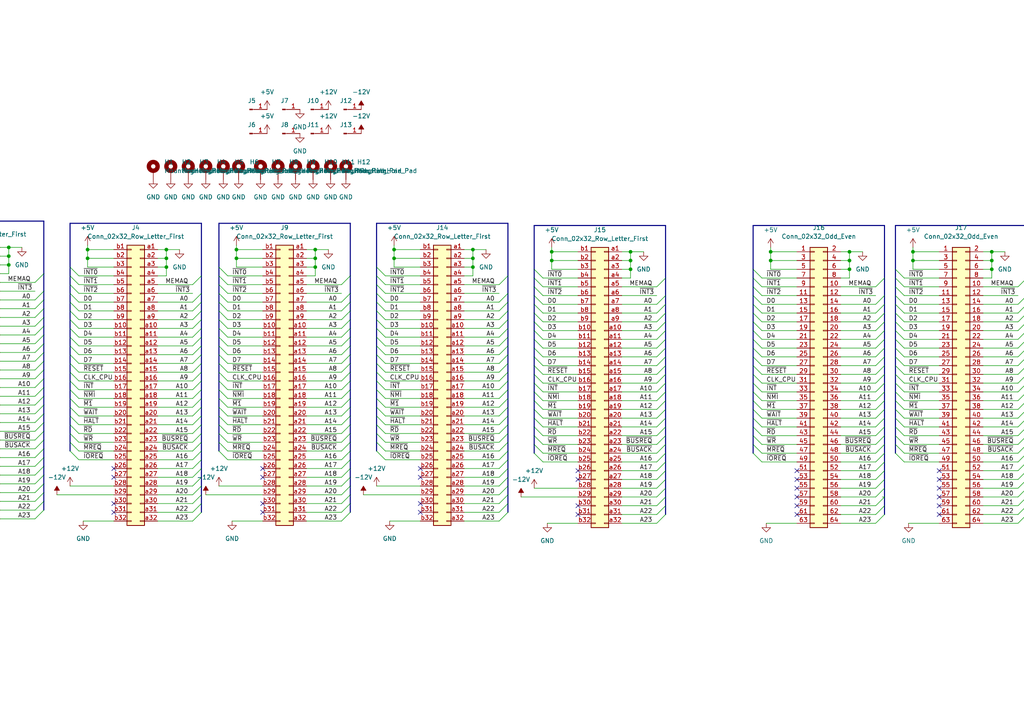
<source format=kicad_sch>
(kicad_sch (version 20230121) (generator eeschema)
  (paper "A4")
  (lib_symbols
    (symbol "Connector:Conn_01x01_Male" (pin_names (offset 1.016) hide)
      (property "Reference" "J" (at 0 2.54 0))
      (property "Value" "Conn_01x01_Male" (at 0 -2.54 0))
      (symbol "Conn_01x01_Male_1_1"
        (pin passive line (at 5.08 0 180) (length 3.81) (name "Pin_1") (number "1"))
      )
    )
    (symbol "Connector_Generic:Conn_02x32_Odd_Even" (pin_names (offset 1.016) hide)
      (property "Reference" "J" (at 1.27 40.64 0))
      (property "Value" "Conn_02x32_Odd_Even" (at 1.27 -43.18 0))
      (symbol "Conn_02x32_Odd_Even_1_1"
        (pin passive line (at -5.08 38.1 0) (length 3.81) (name "Pin_1") (number "1"))
        (pin passive line (at 7.62 27.94 180) (length 3.81) (name "Pin_10") (number "10"))
        (pin passive line (at -5.08 25.4 0) (length 3.81) (name "Pin_11") (number "11"))
        (pin passive line (at 7.62 25.4 180) (length 3.81) (name "Pin_12") (number "12"))
        (pin passive line (at -5.08 22.86 0) (length 3.81) (name "Pin_13") (number "13"))
        (pin passive line (at 7.62 22.86 180) (length 3.81) (name "Pin_14") (number "14"))
        (pin passive line (at -5.08 20.32 0) (length 3.81) (name "Pin_15") (number "15"))
        (pin passive line (at 7.62 20.32 180) (length 3.81) (name "Pin_16") (number "16"))
        (pin passive line (at -5.08 17.78 0) (length 3.81) (name "Pin_17") (number "17"))
        (pin passive line (at 7.62 17.78 180) (length 3.81) (name "Pin_18") (number "18"))
        (pin passive line (at -5.08 15.24 0) (length 3.81) (name "Pin_19") (number "19"))
        (pin passive line (at 7.62 38.1 180) (length 3.81) (name "Pin_2") (number "2"))
        (pin passive line (at 7.62 15.24 180) (length 3.81) (name "Pin_20") (number "20"))
        (pin passive line (at -5.08 12.7 0) (length 3.81) (name "Pin_21") (number "21"))
        (pin passive line (at 7.62 12.7 180) (length 3.81) (name "Pin_22") (number "22"))
        (pin passive line (at -5.08 10.16 0) (length 3.81) (name "Pin_23") (number "23"))
        (pin passive line (at 7.62 10.16 180) (length 3.81) (name "Pin_24") (number "24"))
        (pin passive line (at -5.08 7.62 0) (length 3.81) (name "Pin_25") (number "25"))
        (pin passive line (at 7.62 7.62 180) (length 3.81) (name "Pin_26") (number "26"))
        (pin passive line (at -5.08 5.08 0) (length 3.81) (name "Pin_27") (number "27"))
        (pin passive line (at 7.62 5.08 180) (length 3.81) (name "Pin_28") (number "28"))
        (pin passive line (at -5.08 2.54 0) (length 3.81) (name "Pin_29") (number "29"))
        (pin passive line (at -5.08 35.56 0) (length 3.81) (name "Pin_3") (number "3"))
        (pin passive line (at 7.62 2.54 180) (length 3.81) (name "Pin_30") (number "30"))
        (pin passive line (at -5.08 0 0) (length 3.81) (name "Pin_31") (number "31"))
        (pin passive line (at 7.62 0 180) (length 3.81) (name "Pin_32") (number "32"))
        (pin passive line (at -5.08 -2.54 0) (length 3.81) (name "Pin_33") (number "33"))
        (pin passive line (at 7.62 -2.54 180) (length 3.81) (name "Pin_34") (number "34"))
        (pin passive line (at -5.08 -5.08 0) (length 3.81) (name "Pin_35") (number "35"))
        (pin passive line (at 7.62 -5.08 180) (length 3.81) (name "Pin_36") (number "36"))
        (pin passive line (at -5.08 -7.62 0) (length 3.81) (name "Pin_37") (number "37"))
        (pin passive line (at 7.62 -7.62 180) (length 3.81) (name "Pin_38") (number "38"))
        (pin passive line (at -5.08 -10.16 0) (length 3.81) (name "Pin_39") (number "39"))
        (pin passive line (at 7.62 35.56 180) (length 3.81) (name "Pin_4") (number "4"))
        (pin passive line (at 7.62 -10.16 180) (length 3.81) (name "Pin_40") (number "40"))
        (pin passive line (at -5.08 -12.7 0) (length 3.81) (name "Pin_41") (number "41"))
        (pin passive line (at 7.62 -12.7 180) (length 3.81) (name "Pin_42") (number "42"))
        (pin passive line (at -5.08 -15.24 0) (length 3.81) (name "Pin_43") (number "43"))
        (pin passive line (at 7.62 -15.24 180) (length 3.81) (name "Pin_44") (number "44"))
        (pin passive line (at -5.08 -17.78 0) (length 3.81) (name "Pin_45") (number "45"))
        (pin passive line (at 7.62 -17.78 180) (length 3.81) (name "Pin_46") (number "46"))
        (pin passive line (at -5.08 -20.32 0) (length 3.81) (name "Pin_47") (number "47"))
        (pin passive line (at 7.62 -20.32 180) (length 3.81) (name "Pin_48") (number "48"))
        (pin passive line (at -5.08 -22.86 0) (length 3.81) (name "Pin_49") (number "49"))
        (pin passive line (at -5.08 33.02 0) (length 3.81) (name "Pin_5") (number "5"))
        (pin passive line (at 7.62 -22.86 180) (length 3.81) (name "Pin_50") (number "50"))
        (pin passive line (at -5.08 -25.4 0) (length 3.81) (name "Pin_51") (number "51"))
        (pin passive line (at 7.62 -25.4 180) (length 3.81) (name "Pin_52") (number "52"))
        (pin passive line (at -5.08 -27.94 0) (length 3.81) (name "Pin_53") (number "53"))
        (pin passive line (at 7.62 -27.94 180) (length 3.81) (name "Pin_54") (number "54"))
        (pin passive line (at -5.08 -30.48 0) (length 3.81) (name "Pin_55") (number "55"))
        (pin passive line (at 7.62 -30.48 180) (length 3.81) (name "Pin_56") (number "56"))
        (pin passive line (at -5.08 -33.02 0) (length 3.81) (name "Pin_57") (number "57"))
        (pin passive line (at 7.62 -33.02 180) (length 3.81) (name "Pin_58") (number "58"))
        (pin passive line (at -5.08 -35.56 0) (length 3.81) (name "Pin_59") (number "59"))
        (pin passive line (at 7.62 33.02 180) (length 3.81) (name "Pin_6") (number "6"))
        (pin passive line (at 7.62 -35.56 180) (length 3.81) (name "Pin_60") (number "60"))
        (pin passive line (at -5.08 -38.1 0) (length 3.81) (name "Pin_61") (number "61"))
        (pin passive line (at 7.62 -38.1 180) (length 3.81) (name "Pin_62") (number "62"))
        (pin passive line (at -5.08 -40.64 0) (length 3.81) (name "Pin_63") (number "63"))
        (pin passive line (at 7.62 -40.64 180) (length 3.81) (name "Pin_64") (number "64"))
        (pin passive line (at -5.08 30.48 0) (length 3.81) (name "Pin_7") (number "7"))
        (pin passive line (at 7.62 30.48 180) (length 3.81) (name "Pin_8") (number "8"))
        (pin passive line (at -5.08 27.94 0) (length 3.81) (name "Pin_9") (number "9"))
      )
    )
    (symbol "Connector_Generic:Conn_02x32_Row_Letter_First" (pin_names (offset 1.016) hide)
      (property "Reference" "J" (at 1.27 40.64 0))
      (property "Value" "Conn_02x32_Row_Letter_First" (at 1.27 -43.18 0))
      (symbol "Conn_02x32_Row_Letter_First_1_1"
        (pin passive line (at -5.08 38.1 0) (length 3.81) (name "Pin_a1") (number "a1"))
        (pin passive line (at -5.08 15.24 0) (length 3.81) (name "Pin_a10") (number "a10"))
        (pin passive line (at -5.08 12.7 0) (length 3.81) (name "Pin_a11") (number "a11"))
        (pin passive line (at -5.08 10.16 0) (length 3.81) (name "Pin_a12") (number "a12"))
        (pin passive line (at -5.08 7.62 0) (length 3.81) (name "Pin_a13") (number "a13"))
        (pin passive line (at -5.08 5.08 0) (length 3.81) (name "Pin_a14") (number "a14"))
        (pin passive line (at -5.08 2.54 0) (length 3.81) (name "Pin_a15") (number "a15"))
        (pin passive line (at -5.08 0 0) (length 3.81) (name "Pin_a16") (number "a16"))
        (pin passive line (at -5.08 -2.54 0) (length 3.81) (name "Pin_a17") (number "a17"))
        (pin passive line (at -5.08 -5.08 0) (length 3.81) (name "Pin_a18") (number "a18"))
        (pin passive line (at -5.08 -7.62 0) (length 3.81) (name "Pin_a19") (number "a19"))
        (pin passive line (at -5.08 35.56 0) (length 3.81) (name "Pin_a2") (number "a2"))
        (pin passive line (at -5.08 -10.16 0) (length 3.81) (name "Pin_a20") (number "a20"))
        (pin passive line (at -5.08 -12.7 0) (length 3.81) (name "Pin_a21") (number "a21"))
        (pin passive line (at -5.08 -15.24 0) (length 3.81) (name "Pin_a22") (number "a22"))
        (pin passive line (at -5.08 -17.78 0) (length 3.81) (name "Pin_a23") (number "a23"))
        (pin passive line (at -5.08 -20.32 0) (length 3.81) (name "Pin_a24") (number "a24"))
        (pin passive line (at -5.08 -22.86 0) (length 3.81) (name "Pin_a25") (number "a25"))
        (pin passive line (at -5.08 -25.4 0) (length 3.81) (name "Pin_a26") (number "a26"))
        (pin passive line (at -5.08 -27.94 0) (length 3.81) (name "Pin_a27") (number "a27"))
        (pin passive line (at -5.08 -30.48 0) (length 3.81) (name "Pin_a28") (number "a28"))
        (pin passive line (at -5.08 -33.02 0) (length 3.81) (name "Pin_a29") (number "a29"))
        (pin passive line (at -5.08 33.02 0) (length 3.81) (name "Pin_a3") (number "a3"))
        (pin passive line (at -5.08 -35.56 0) (length 3.81) (name "Pin_a30") (number "a30"))
        (pin passive line (at -5.08 -38.1 0) (length 3.81) (name "Pin_a31") (number "a31"))
        (pin passive line (at -5.08 -40.64 0) (length 3.81) (name "Pin_a32") (number "a32"))
        (pin passive line (at -5.08 30.48 0) (length 3.81) (name "Pin_a4") (number "a4"))
        (pin passive line (at -5.08 27.94 0) (length 3.81) (name "Pin_a5") (number "a5"))
        (pin passive line (at -5.08 25.4 0) (length 3.81) (name "Pin_a6") (number "a6"))
        (pin passive line (at -5.08 22.86 0) (length 3.81) (name "Pin_a7") (number "a7"))
        (pin passive line (at -5.08 20.32 0) (length 3.81) (name "Pin_a8") (number "a8"))
        (pin passive line (at -5.08 17.78 0) (length 3.81) (name "Pin_a9") (number "a9"))
        (pin passive line (at 7.62 38.1 180) (length 3.81) (name "Pin_b1") (number "b1"))
        (pin passive line (at 7.62 15.24 180) (length 3.81) (name "Pin_b10") (number "b10"))
        (pin passive line (at 7.62 12.7 180) (length 3.81) (name "Pin_b11") (number "b11"))
        (pin passive line (at 7.62 10.16 180) (length 3.81) (name "Pin_b12") (number "b12"))
        (pin passive line (at 7.62 7.62 180) (length 3.81) (name "Pin_b13") (number "b13"))
        (pin passive line (at 7.62 5.08 180) (length 3.81) (name "Pin_b14") (number "b14"))
        (pin passive line (at 7.62 2.54 180) (length 3.81) (name "Pin_b15") (number "b15"))
        (pin passive line (at 7.62 0 180) (length 3.81) (name "Pin_b16") (number "b16"))
        (pin passive line (at 7.62 -2.54 180) (length 3.81) (name "Pin_b17") (number "b17"))
        (pin passive line (at 7.62 -5.08 180) (length 3.81) (name "Pin_b18") (number "b18"))
        (pin passive line (at 7.62 -7.62 180) (length 3.81) (name "Pin_b19") (number "b19"))
        (pin passive line (at 7.62 35.56 180) (length 3.81) (name "Pin_b2") (number "b2"))
        (pin passive line (at 7.62 -10.16 180) (length 3.81) (name "Pin_b20") (number "b20"))
        (pin passive line (at 7.62 -12.7 180) (length 3.81) (name "Pin_b21") (number "b21"))
        (pin passive line (at 7.62 -15.24 180) (length 3.81) (name "Pin_b22") (number "b22"))
        (pin passive line (at 7.62 -17.78 180) (length 3.81) (name "Pin_b23") (number "b23"))
        (pin passive line (at 7.62 -20.32 180) (length 3.81) (name "Pin_b24") (number "b24"))
        (pin passive line (at 7.62 -22.86 180) (length 3.81) (name "Pin_b25") (number "b25"))
        (pin passive line (at 7.62 -25.4 180) (length 3.81) (name "Pin_b26") (number "b26"))
        (pin passive line (at 7.62 -27.94 180) (length 3.81) (name "Pin_b27") (number "b27"))
        (pin passive line (at 7.62 -30.48 180) (length 3.81) (name "Pin_b28") (number "b28"))
        (pin passive line (at 7.62 -33.02 180) (length 3.81) (name "Pin_b29") (number "b29"))
        (pin passive line (at 7.62 33.02 180) (length 3.81) (name "Pin_b3") (number "b3"))
        (pin passive line (at 7.62 -35.56 180) (length 3.81) (name "Pin_b30") (number "b30"))
        (pin passive line (at 7.62 -38.1 180) (length 3.81) (name "Pin_b31") (number "b31"))
        (pin passive line (at 7.62 -40.64 180) (length 3.81) (name "Pin_b32") (number "b32"))
        (pin passive line (at 7.62 30.48 180) (length 3.81) (name "Pin_b4") (number "b4"))
        (pin passive line (at 7.62 27.94 180) (length 3.81) (name "Pin_b5") (number "b5"))
        (pin passive line (at 7.62 25.4 180) (length 3.81) (name "Pin_b6") (number "b6"))
        (pin passive line (at 7.62 22.86 180) (length 3.81) (name "Pin_b7") (number "b7"))
        (pin passive line (at 7.62 20.32 180) (length 3.81) (name "Pin_b8") (number "b8"))
        (pin passive line (at 7.62 17.78 180) (length 3.81) (name "Pin_b9") (number "b9"))
      )
    )
    (symbol "Mechanical:MountingHole_Pad" (pin_numbers hide) (pin_names (offset 1.016) hide)
      (property "Reference" "H" (at 0 6.35 0))
      (property "Value" "MountingHole_Pad" (at 0 4.445 0))
      (symbol "MountingHole_Pad_1_1"
        (pin input line (at 0 -2.54 90) (length 2.54) (name "1") (number "1"))
      )
    )
    (symbol "power:+12V" (power) (pin_names (offset 0))
      (property "Value" "+12V" (at 0 3.556 0))
      (symbol "+12V_1_1"
        (pin power_in line (at 0 0 90) (length 0) hide (name "+12V") (number "1"))
      )
    )
    (symbol "power:+5V" (power) (pin_names (offset 0))
      (property "Value" "+5V" (at 0 3.556 0))
      (symbol "+5V_1_1"
        (pin power_in line (at 0 0 90) (length 0) hide (name "+5V") (number "1"))
      )
    )
    (symbol "power:-12V" (power) (pin_names (offset 0))
      (property "Value" "-12V" (at 0 3.81 0))
      (symbol "-12V_0_0"
        (pin power_in line (at 0 0 90) (length 0) hide (name "-12V") (number "1"))
      )
    )
    (symbol "power:GND" (power) (pin_names (offset 0))
      (property "Value" "GND" (at 0 -3.81 0))
      (symbol "GND_1_1"
        (pin power_in line (at 0 0 270) (length 0) hide (name "GND") (number "1"))
      )
    )
  )
  (junction (at 182.88 75.565))
  (junction (at -43.18 74.295))
  (junction (at -43.18 71.755))
  (junction (at 114.3 72.39))
  (junction (at 246.38 73.025))
  (junction (at 287.655 75.565))
  (junction (at 25.4 72.39))
  (junction (at 25.4 74.93))
  (junction (at 137.16 72.39))
  (junction (at -20.32 74.295))
  (junction (at -66.04 71.755))
  (junction (at 91.44 74.93))
  (junction (at -66.04 74.295))
  (junction (at -20.32 71.755))
  (junction (at 48.26 74.93))
  (junction (at 160.02 73.025))
  (junction (at -43.18 76.835))
  (junction (at 160.02 75.565))
  (junction (at 287.655 78.105))
  (junction (at 223.52 75.565))
  (junction (at 114.3 74.93))
  (junction (at 48.26 77.47))
  (junction (at 2.54 74.295))
  (junction (at 182.88 73.025))
  (junction (at 246.38 78.105))
  (junction (at 287.655 73.025))
  (junction (at 246.38 75.565))
  (junction (at 137.16 74.93))
  (junction (at 68.58 72.39))
  (junction (at 91.44 72.39))
  (junction (at 2.54 76.835))
  (junction (at 48.26 72.39))
  (junction (at 223.52 73.025))
  (junction (at 2.54 71.755))
  (junction (at 137.16 77.47))
  (junction (at 91.44 77.47))
  (junction (at 68.58 74.93))
  (junction (at 182.88 78.105))
  (junction (at 264.795 75.565))
  (junction (at 264.795 73.025))
  (no_connect (at 231.14 136.525))
  (no_connect (at 121.92 135.89))
  (no_connect (at 167.64 149.225))
  (no_connect (at 231.14 141.605))
  (no_connect (at 231.14 144.145))
  (no_connect (at 272.415 141.605))
  (no_connect (at 272.415 144.145))
  (no_connect (at 272.415 146.685))
  (no_connect (at 121.92 148.59))
  (no_connect (at 121.92 146.05))
  (no_connect (at 33.02 138.43))
  (no_connect (at 272.415 139.065))
  (no_connect (at -12.7 137.795))
  (no_connect (at 272.415 136.525))
  (no_connect (at 167.64 136.525))
  (no_connect (at -12.7 147.955))
  (no_connect (at 33.02 146.05))
  (no_connect (at -58.42 137.795))
  (no_connect (at 121.92 138.43))
  (no_connect (at 33.02 135.89))
  (no_connect (at -58.42 147.955))
  (no_connect (at 33.02 148.59))
  (no_connect (at -12.7 135.255))
  (no_connect (at 231.14 149.225))
  (no_connect (at -12.7 145.415))
  (no_connect (at 231.14 139.065))
  (no_connect (at 167.64 146.685))
  (no_connect (at 231.14 146.685))
  (no_connect (at 167.64 139.065))
  (no_connect (at 76.2 146.05))
  (no_connect (at 76.2 135.89))
  (no_connect (at 76.2 138.43))
  (no_connect (at 76.2 148.59))
  (no_connect (at 272.415 149.225))
  (no_connect (at -58.42 135.255))
  (no_connect (at -58.42 145.415))
  (bus_entry (at 109.22 105.41) (size 2.54 2.54))
  (bus_entry (at 256.54 106.045) (size -2.54 2.54))
  (bus_entry (at 297.815 133.985) (size -2.54 2.54))
  (bus_entry (at -33.02 120.015) (size -2.54 2.54))
  (bus_entry (at 63.5 113.03) (size 2.54 2.54))
  (bus_entry (at 157.48 93.345) (size -2.54 -2.54))
  (bus_entry (at 12.7 84.455) (size -2.54 2.54))
  (bus_entry (at 58.42 140.97) (size -2.54 2.54))
  (bus_entry (at 256.54 93.345) (size -2.54 2.54))
  (bus_entry (at 154.94 123.825) (size 2.54 2.54))
  (bus_entry (at 256.54 85.725) (size -2.54 2.54))
  (bus_entry (at 58.42 105.41) (size -2.54 2.54))
  (bus_entry (at 193.04 131.445) (size -2.54 2.54))
  (bus_entry (at 12.7 92.075) (size -2.54 2.54))
  (bus_entry (at -33.02 104.775) (size -2.54 2.54))
  (bus_entry (at 20.32 118.11) (size 2.54 2.54))
  (bus_entry (at 218.44 121.285) (size 2.54 2.54))
  (bus_entry (at 55.88 82.55) (size 2.54 -2.54))
  (bus_entry (at 109.22 80.01) (size 2.54 2.54))
  (bus_entry (at 147.32 140.97) (size -2.54 2.54))
  (bus_entry (at 12.7 147.955) (size -2.54 2.54))
  (bus_entry (at 256.54 95.885) (size -2.54 2.54))
  (bus_entry (at 20.32 80.01) (size 2.54 2.54))
  (bus_entry (at 58.42 90.17) (size -2.54 2.54))
  (bus_entry (at 157.48 88.265) (size -2.54 -2.54))
  (bus_entry (at 12.7 102.235) (size -2.54 2.54))
  (bus_entry (at 297.815 88.265) (size -2.54 2.54))
  (bus_entry (at 20.32 105.41) (size 2.54 2.54))
  (bus_entry (at 101.6 113.03) (size -2.54 2.54))
  (bus_entry (at 12.7 107.315) (size -2.54 2.54))
  (bus_entry (at 111.76 100.33) (size -2.54 -2.54))
  (bus_entry (at 254 83.185) (size 2.54 -2.54))
  (bus_entry (at -25.4 112.395) (size 2.54 2.54))
  (bus_entry (at -33.02 122.555) (size -2.54 2.54))
  (bus_entry (at 58.42 120.65) (size -2.54 2.54))
  (bus_entry (at 256.54 116.205) (size -2.54 2.54))
  (bus_entry (at 12.7 117.475) (size -2.54 2.54))
  (bus_entry (at 101.6 135.89) (size -2.54 2.54))
  (bus_entry (at -71.12 76.835) (size 2.54 2.54))
  (bus_entry (at 101.6 146.05) (size -2.54 2.54))
  (bus_entry (at 63.5 130.81) (size 2.54 2.54))
  (bus_entry (at 111.76 87.63) (size -2.54 -2.54))
  (bus_entry (at 259.715 123.825) (size 2.54 2.54))
  (bus_entry (at 259.715 111.125) (size 2.54 2.54))
  (bus_entry (at 193.04 149.225) (size -2.54 2.54))
  (bus_entry (at 58.42 146.05) (size -2.54 2.54))
  (bus_entry (at 63.5 105.41) (size 2.54 2.54))
  (bus_entry (at -68.58 102.235) (size -2.54 -2.54))
  (bus_entry (at 259.715 80.645) (size 2.54 2.54))
  (bus_entry (at 109.22 128.27) (size 2.54 2.54))
  (bus_entry (at 101.6 143.51) (size -2.54 2.54))
  (bus_entry (at 63.5 120.65) (size 2.54 2.54))
  (bus_entry (at 101.6 115.57) (size -2.54 2.54))
  (bus_entry (at 297.815 90.805) (size -2.54 2.54))
  (bus_entry (at 193.04 95.885) (size -2.54 2.54))
  (bus_entry (at 10.16 81.915) (size 2.54 -2.54))
  (bus_entry (at 109.22 107.95) (size 2.54 2.54))
  (bus_entry (at -71.12 122.555) (size 2.54 2.54))
  (bus_entry (at 111.76 92.71) (size -2.54 -2.54))
  (bus_entry (at 256.54 98.425) (size -2.54 2.54))
  (bus_entry (at 256.54 100.965) (size -2.54 2.54))
  (bus_entry (at 101.6 128.27) (size -2.54 2.54))
  (bus_entry (at 12.7 109.855) (size -2.54 2.54))
  (bus_entry (at -71.12 109.855) (size 2.54 2.54))
  (bus_entry (at 154.94 113.665) (size 2.54 2.54))
  (bus_entry (at 101.6 133.35) (size -2.54 2.54))
  (bus_entry (at 154.94 80.645) (size 2.54 2.54))
  (bus_entry (at 297.815 149.225) (size -2.54 2.54))
  (bus_entry (at 111.76 102.87) (size -2.54 -2.54))
  (bus_entry (at 101.6 118.11) (size -2.54 2.54))
  (bus_entry (at 58.42 138.43) (size -2.54 2.54))
  (bus_entry (at -68.58 92.075) (size -2.54 -2.54))
  (bus_entry (at 101.6 92.71) (size -2.54 2.54))
  (bus_entry (at 101.6 95.25) (size -2.54 2.54))
  (bus_entry (at -25.4 114.935) (size 2.54 2.54))
  (bus_entry (at 12.7 86.995) (size -2.54 2.54))
  (bus_entry (at -71.12 79.375) (size 2.54 2.54))
  (bus_entry (at 20.32 125.73) (size 2.54 2.54))
  (bus_entry (at 297.815 113.665) (size -2.54 2.54))
  (bus_entry (at 66.04 95.25) (size -2.54 -2.54))
  (bus_entry (at 297.815 121.285) (size -2.54 2.54))
  (bus_entry (at 101.6 90.17) (size -2.54 2.54))
  (bus_entry (at 147.32 148.59) (size -2.54 2.54))
  (bus_entry (at 297.815 100.965) (size -2.54 2.54))
  (bus_entry (at 20.32 82.55) (size 2.54 2.54))
  (bus_entry (at -33.02 97.155) (size -2.54 2.54))
  (bus_entry (at 218.44 113.665) (size 2.54 2.54))
  (bus_entry (at 101.6 140.97) (size -2.54 2.54))
  (bus_entry (at 193.04 88.265) (size -2.54 2.54))
  (bus_entry (at 193.04 90.805) (size -2.54 2.54))
  (bus_entry (at 22.86 105.41) (size -2.54 -2.54))
  (bus_entry (at 154.94 116.205) (size 2.54 2.54))
  (bus_entry (at 154.94 131.445) (size 2.54 2.54))
  (bus_entry (at 147.32 120.65) (size -2.54 2.54))
  (bus_entry (at -68.58 94.615) (size -2.54 -2.54))
  (bus_entry (at 218.44 116.205) (size 2.54 2.54))
  (bus_entry (at 12.7 142.875) (size -2.54 2.54))
  (bus_entry (at 147.32 110.49) (size -2.54 2.54))
  (bus_entry (at 297.815 116.205) (size -2.54 2.54))
  (bus_entry (at 256.54 118.745) (size -2.54 2.54))
  (bus_entry (at 154.94 106.045) (size 2.54 2.54))
  (bus_entry (at -33.02 130.175) (size -2.54 2.54))
  (bus_entry (at 193.04 100.965) (size -2.54 2.54))
  (bus_entry (at -71.12 112.395) (size 2.54 2.54))
  (bus_entry (at 259.715 113.665) (size 2.54 2.54))
  (bus_entry (at -25.4 104.775) (size 2.54 2.54))
  (bus_entry (at 297.815 139.065) (size -2.54 2.54))
  (bus_entry (at 157.48 106.045) (size -2.54 -2.54))
  (bus_entry (at 220.98 100.965) (size -2.54 -2.54))
  (bus_entry (at 256.54 90.805) (size -2.54 2.54))
  (bus_entry (at 12.7 94.615) (size -2.54 2.54))
  (bus_entry (at -25.4 120.015) (size 2.54 2.54))
  (bus_entry (at -33.02 125.095) (size -2.54 2.54))
  (bus_entry (at 147.32 90.17) (size -2.54 2.54))
  (bus_entry (at 109.22 125.73) (size 2.54 2.54))
  (bus_entry (at 109.22 130.81) (size 2.54 2.54))
  (bus_entry (at 66.04 105.41) (size -2.54 -2.54))
  (bus_entry (at 256.54 123.825) (size -2.54 2.54))
  (bus_entry (at -68.58 97.155) (size -2.54 -2.54))
  (bus_entry (at 193.04 116.205) (size -2.54 2.54))
  (bus_entry (at 12.7 89.535) (size -2.54 2.54))
  (bus_entry (at 218.44 106.045) (size 2.54 2.54))
  (bus_entry (at 297.815 98.425) (size -2.54 2.54))
  (bus_entry (at 20.32 128.27) (size 2.54 2.54))
  (bus_entry (at 63.5 110.49) (size 2.54 2.54))
  (bus_entry (at 147.32 128.27) (size -2.54 2.54))
  (bus_entry (at 218.44 131.445) (size 2.54 2.54))
  (bus_entry (at 22.86 102.87) (size -2.54 -2.54))
  (bus_entry (at 259.715 131.445) (size 2.54 2.54))
  (bus_entry (at -71.12 130.175) (size 2.54 2.54))
  (bus_entry (at 297.815 146.685) (size -2.54 2.54))
  (bus_entry (at -22.86 94.615) (size -2.54 -2.54))
  (bus_entry (at 256.54 136.525) (size -2.54 2.54))
  (bus_entry (at 63.5 82.55) (size 2.54 2.54))
  (bus_entry (at 58.42 148.59) (size -2.54 2.54))
  (bus_entry (at 218.44 108.585) (size 2.54 2.54))
  (bus_entry (at 20.32 115.57) (size 2.54 2.54))
  (bus_entry (at -25.4 122.555) (size 2.54 2.54))
  (bus_entry (at -33.02 137.795) (size -2.54 2.54))
  (bus_entry (at 147.32 130.81) (size -2.54 2.54))
  (bus_entry (at 297.815 106.045) (size -2.54 2.54))
  (bus_entry (at -25.4 76.835) (size 2.54 2.54))
  (bus_entry (at 63.5 125.73) (size 2.54 2.54))
  (bus_entry (at 193.04 126.365) (size -2.54 2.54))
  (bus_entry (at 58.42 130.81) (size -2.54 2.54))
  (bus_entry (at 193.04 93.345) (size -2.54 2.54))
  (bus_entry (at 101.6 100.33) (size -2.54 2.54))
  (bus_entry (at 109.22 82.55) (size 2.54 2.54))
  (bus_entry (at 220.98 98.425) (size -2.54 -2.54))
  (bus_entry (at 109.22 77.47) (size 2.54 2.54))
  (bus_entry (at 58.42 87.63) (size -2.54 2.54))
  (bus_entry (at 63.5 118.11) (size 2.54 2.54))
  (bus_entry (at 12.7 140.335) (size -2.54 2.54))
  (bus_entry (at 58.42 118.11) (size -2.54 2.54))
  (bus_entry (at 256.54 108.585) (size -2.54 2.54))
  (bus_entry (at 147.32 85.09) (size -2.54 2.54))
  (bus_entry (at 218.44 128.905) (size 2.54 2.54))
  (bus_entry (at -33.02 109.855) (size -2.54 2.54))
  (bus_entry (at 193.04 121.285) (size -2.54 2.54))
  (bus_entry (at -25.4 107.315) (size 2.54 2.54))
  (bus_entry (at -33.02 99.695) (size -2.54 2.54))
  (bus_entry (at 295.275 83.185) (size 2.54 -2.54))
  (bus_entry (at -22.86 97.155) (size -2.54 -2.54))
  (bus_entry (at 147.32 143.51) (size -2.54 2.54))
  (bus_entry (at 297.815 111.125) (size -2.54 2.54))
  (bus_entry (at -33.02 142.875) (size -2.54 2.54))
  (bus_entry (at 256.54 111.125) (size -2.54 2.54))
  (bus_entry (at -33.02 127.635) (size -2.54 2.54))
  (bus_entry (at 193.04 106.045) (size -2.54 2.54))
  (bus_entry (at -71.12 125.095) (size 2.54 2.54))
  (bus_entry (at -33.02 145.415) (size -2.54 2.54))
  (bus_entry (at 147.32 97.79) (size -2.54 2.54))
  (bus_entry (at -33.02 140.335) (size -2.54 2.54))
  (bus_entry (at 111.76 105.41) (size -2.54 -2.54))
  (bus_entry (at 109.22 118.11) (size 2.54 2.54))
  (bus_entry (at 58.42 110.49) (size -2.54 2.54))
  (bus_entry (at -33.02 117.475) (size -2.54 2.54))
  (bus_entry (at -22.86 86.995) (size -2.54 -2.54))
  (bus_entry (at 218.44 83.185) (size 2.54 2.54))
  (bus_entry (at 20.32 77.47) (size 2.54 2.54))
  (bus_entry (at 297.815 85.725) (size -2.54 2.54))
  (bus_entry (at 256.54 141.605) (size -2.54 2.54))
  (bus_entry (at 297.815 103.505) (size -2.54 2.54))
  (bus_entry (at 20.32 120.65) (size 2.54 2.54))
  (bus_entry (at 101.6 87.63) (size -2.54 2.54))
  (bus_entry (at 297.815 144.145) (size -2.54 2.54))
  (bus_entry (at 157.48 90.805) (size -2.54 -2.54))
  (bus_entry (at 12.7 125.095) (size -2.54 2.54))
  (bus_entry (at 147.32 87.63) (size -2.54 2.54))
  (bus_entry (at 256.54 146.685) (size -2.54 2.54))
  (bus_entry (at -68.58 86.995) (size -2.54 -2.54))
  (bus_entry (at -71.12 117.475) (size 2.54 2.54))
  (bus_entry (at -71.12 120.015) (size 2.54 2.54))
  (bus_entry (at 297.815 136.525) (size -2.54 2.54))
  (bus_entry (at -25.4 127.635) (size 2.54 2.54))
  (bus_entry (at -71.12 127.635) (size 2.54 2.54))
  (bus_entry (at 220.98 88.265) (size -2.54 -2.54))
  (bus_entry (at 256.54 133.985) (size -2.54 2.54))
  (bus_entry (at 154.94 111.125) (size 2.54 2.54))
  (bus_entry (at 193.04 118.745) (size -2.54 2.54))
  (bus_entry (at 147.32 95.25) (size -2.54 2.54))
  (bus_entry (at 218.44 118.745) (size 2.54 2.54))
  (bus_entry (at -33.02 84.455) (size -2.54 2.54))
  (bus_entry (at 297.815 108.585) (size -2.54 2.54))
  (bus_entry (at 259.715 106.045) (size 2.54 2.54))
  (bus_entry (at 147.32 123.19) (size -2.54 2.54))
  (bus_entry (at 259.715 108.585) (size 2.54 2.54))
  (bus_entry (at 154.94 128.905) (size 2.54 2.54))
  (bus_entry (at 218.44 78.105) (size 2.54 2.54))
  (bus_entry (at 63.5 77.47) (size 2.54 2.54))
  (bus_entry (at 58.42 107.95) (size -2.54 2.54))
  (bus_entry (at 262.255 90.805) (size -2.54 -2.54))
  (bus_entry (at -33.02 92.075) (size -2.54 2.54))
  (bus_entry (at -33.02 132.715) (size -2.54 2.54))
  (bus_entry (at 193.04 98.425) (size -2.54 2.54))
  (bus_entry (at 193.04 85.725) (size -2.54 2.54))
  (bus_entry (at -68.58 104.775) (size -2.54 -2.54))
  (bus_entry (at 220.98 90.805) (size -2.54 -2.54))
  (bus_entry (at 101.6 85.09) (size -2.54 2.54))
  (bus_entry (at 154.94 108.585) (size 2.54 2.54))
  (bus_entry (at 109.22 123.19) (size 2.54 2.54))
  (bus_entry (at 259.715 121.285) (size 2.54 2.54))
  (bus_entry (at 109.22 113.03) (size 2.54 2.54))
  (bus_entry (at 12.7 120.015) (size -2.54 2.54))
  (bus_entry (at 193.04 139.065) (size -2.54 2.54))
  (bus_entry (at -33.02 102.235) (size -2.54 2.54))
  (bus_entry (at 99.06 82.55) (size 2.54 -2.54))
  (bus_entry (at 147.32 146.05) (size -2.54 2.54))
  (bus_entry (at -33.02 89.535) (size -2.54 2.54))
  (bus_entry (at 101.6 130.81) (size -2.54 2.54))
  (bus_entry (at 101.6 105.41) (size -2.54 2.54))
  (bus_entry (at 63.5 80.01) (size 2.54 2.54))
  (bus_entry (at 12.7 112.395) (size -2.54 2.54))
  (bus_entry (at 147.32 92.71) (size -2.54 2.54))
  (bus_entry (at -22.86 92.075) (size -2.54 -2.54))
  (bus_entry (at 101.6 107.95) (size -2.54 2.54))
  (bus_entry (at 157.48 100.965) (size -2.54 -2.54))
  (bus_entry (at 256.54 149.225) (size -2.54 2.54))
  (bus_entry (at -71.12 114.935) (size 2.54 2.54))
  (bus_entry (at 66.04 90.17) (size -2.54 -2.54))
  (bus_entry (at -33.02 112.395) (size -2.54 2.54))
  (bus_entry (at 12.7 104.775) (size -2.54 2.54))
  (bus_entry (at 101.6 102.87) (size -2.54 2.54))
  (bus_entry (at 193.04 123.825) (size -2.54 2.54))
  (bus_entry (at -33.02 114.935) (size -2.54 2.54))
  (bus_entry (at -25.4 125.095) (size 2.54 2.54))
  (bus_entry (at 190.5 83.185) (size 2.54 -2.54))
  (bus_entry (at 101.6 138.43) (size -2.54 2.54))
  (bus_entry (at 297.815 126.365) (size -2.54 2.54))
  (bus_entry (at 22.86 92.71) (size -2.54 -2.54))
  (bus_entry (at -22.86 89.535) (size -2.54 -2.54))
  (bus_entry (at -71.12 81.915) (size 2.54 2.54))
  (bus_entry (at 218.44 111.125) (size 2.54 2.54))
  (bus_entry (at -22.86 99.695) (size -2.54 -2.54))
  (bus_entry (at 101.6 97.79) (size -2.54 2.54))
  (bus_entry (at 66.04 97.79) (size -2.54 -2.54))
  (bus_entry (at 193.04 146.685) (size -2.54 2.54))
  (bus_entry (at 147.32 105.41) (size -2.54 2.54))
  (bus_entry (at 256.54 144.145) (size -2.54 2.54))
  (bus_entry (at 101.6 125.73) (size -2.54 2.54))
  (bus_entry (at 218.44 80.645) (size 2.54 2.54))
  (bus_entry (at -35.56 81.915) (size 2.54 -2.54))
  (bus_entry (at 58.42 143.51) (size -2.54 2.54))
  (bus_entry (at 12.7 114.935) (size -2.54 2.54))
  (bus_entry (at -25.4 109.855) (size 2.54 2.54))
  (bus_entry (at -33.02 86.995) (size -2.54 2.54))
  (bus_entry (at 218.44 123.825) (size 2.54 2.54))
  (bus_entry (at 58.42 85.09) (size -2.54 2.54))
  (bus_entry (at 193.04 108.585) (size -2.54 2.54))
  (bus_entry (at 256.54 126.365) (size -2.54 2.54))
  (bus_entry (at 12.7 132.715) (size -2.54 2.54))
  (bus_entry (at 12.7 130.175) (size -2.54 2.54))
  (bus_entry (at 297.815 123.825) (size -2.54 2.54))
  (bus_entry (at 20.32 107.95) (size 2.54 2.54))
  (bus_entry (at 193.04 113.665) (size -2.54 2.54))
  (bus_entry (at 154.94 121.285) (size 2.54 2.54))
  (bus_entry (at 12.7 137.795) (size -2.54 2.54))
  (bus_entry (at 220.98 103.505) (size -2.54 -2.54))
  (bus_entry (at 262.255 106.045) (size -2.54 -2.54))
  (bus_entry (at 58.42 135.89) (size -2.54 2.54))
  (bus_entry (at 297.815 141.605) (size -2.54 2.54))
  (bus_entry (at 58.42 97.79) (size -2.54 2.54))
  (bus_entry (at 154.94 118.745) (size 2.54 2.54))
  (bus_entry (at 256.54 103.505) (size -2.54 2.54))
  (bus_entry (at -68.58 99.695) (size -2.54 -2.54))
  (bus_entry (at 147.32 118.11) (size -2.54 2.54))
  (bus_entry (at 193.04 103.505) (size -2.54 2.54))
  (bus_entry (at 256.54 128.905) (size -2.54 2.54))
  (bus_entry (at 256.54 113.665) (size -2.54 2.54))
  (bus_entry (at -25.4 79.375) (size 2.54 2.54))
  (bus_entry (at 58.42 113.03) (size -2.54 2.54))
  (bus_entry (at -25.4 130.175) (size 2.54 2.54))
  (bus_entry (at 58.42 95.25) (size -2.54 2.54))
  (bus_entry (at 154.94 126.365) (size 2.54 2.54))
  (bus_entry (at 58.42 128.27) (size -2.54 2.54))
  (bus_entry (at -33.02 94.615) (size -2.54 2.54))
  (bus_entry (at 22.86 90.17) (size -2.54 -2.54))
  (bus_entry (at 220.98 95.885) (size -2.54 -2.54))
  (bus_entry (at 256.54 139.065) (size -2.54 2.54))
  (bus_entry (at 22.86 100.33) (size -2.54 -2.54))
  (bus_entry (at 12.7 127.635) (size -2.54 2.54))
  (bus_entry (at 58.42 115.57) (size -2.54 2.54))
  (bus_entry (at 262.255 98.425) (size -2.54 -2.54))
  (bus_entry (at -68.58 89.535) (size -2.54 -2.54))
  (bus_entry (at 12.7 135.255) (size -2.54 2.54))
  (bus_entry (at 297.815 95.885) (size -2.54 2.54))
  (bus_entry (at 193.04 136.525) (size -2.54 2.54))
  (bus_entry (at 66.04 100.33) (size -2.54 -2.54))
  (bus_entry (at 220.98 106.045) (size -2.54 -2.54))
  (bus_entry (at 154.94 83.185) (size 2.54 2.54))
  (bus_entry (at 259.715 116.205) (size 2.54 2.54))
  (bus_entry (at -22.86 102.235) (size -2.54 -2.54))
  (bus_entry (at 58.42 123.19) (size -2.54 2.54))
  (bus_entry (at 193.04 141.605) (size -2.54 2.54))
  (bus_entry (at 147.32 138.43) (size -2.54 2.54))
  (bus_entry (at 20.32 113.03) (size 2.54 2.54))
  (bus_entry (at 20.32 123.19) (size 2.54 2.54))
  (bus_entry (at 58.42 102.87) (size -2.54 2.54))
  (bus_entry (at 297.815 93.345) (size -2.54 2.54))
  (bus_entry (at 144.78 82.55) (size 2.54 -2.54))
  (bus_entry (at 262.255 100.965) (size -2.54 -2.54))
  (bus_entry (at -33.02 135.255) (size -2.54 2.54))
  (bus_entry (at 109.22 110.49) (size 2.54 2.54))
  (bus_entry (at 12.7 145.415) (size -2.54 2.54))
  (bus_entry (at 157.48 98.425) (size -2.54 -2.54))
  (bus_entry (at 63.5 107.95) (size 2.54 2.54))
  (bus_entry (at 109.22 120.65) (size 2.54 2.54))
  (bus_entry (at 256.54 121.285) (size -2.54 2.54))
  (bus_entry (at 22.86 95.25) (size -2.54 -2.54))
  (bus_entry (at 111.76 90.17) (size -2.54 -2.54))
  (bus_entry (at 101.6 120.65) (size -2.54 2.54))
  (bus_entry (at 297.815 131.445) (size -2.54 2.54))
  (bus_entry (at 12.7 122.555) (size -2.54 2.54))
  (bus_entry (at 297.815 118.745) (size -2.54 2.54))
  (bus_entry (at 111.76 95.25) (size -2.54 -2.54))
  (bus_entry (at 193.04 144.145) (size -2.54 2.54))
  (bus_entry (at 101.6 110.49) (size -2.54 2.54))
  (bus_entry (at 66.04 92.71) (size -2.54 -2.54))
  (bus_entry (at 58.42 133.35) (size -2.54 2.54))
  (bus_entry (at 193.04 133.985) (size -2.54 2.54))
  (bus_entry (at 218.44 126.365) (size 2.54 2.54))
  (bus_entry (at 147.32 113.03) (size -2.54 2.54))
  (bus_entry (at -25.4 81.915) (size 2.54 2.54))
  (bus_entry (at 66.04 87.63) (size -2.54 -2.54))
  (bus_entry (at 256.54 88.265) (size -2.54 2.54))
  (bus_entry (at 147.32 115.57) (size -2.54 2.54))
  (bus_entry (at 147.32 125.73) (size -2.54 2.54))
  (bus_entry (at 109.22 115.57) (size 2.54 2.54))
  (bus_entry (at 259.715 78.105) (size 2.54 2.54))
  (bus_entry (at 63.5 123.19) (size 2.54 2.54))
  (bus_entry (at 147.32 102.87) (size -2.54 2.54))
  (bus_entry (at 22.86 97.79) (size -2.54 -2.54))
  (bus_entry (at 147.32 100.33) (size -2.54 2.54))
  (bus_entry (at 262.255 95.885) (size -2.54 -2.54))
  (bus_entry (at 262.255 103.505) (size -2.54 -2.54))
  (bus_entry (at 58.42 92.71) (size -2.54 2.54))
  (bus_entry (at 101.6 123.19) (size -2.54 2.54))
  (bus_entry (at -25.4 117.475) (size 2.54 2.54))
  (bus_entry (at 66.04 102.87) (size -2.54 -2.54))
  (bus_entry (at 101.6 148.59) (size -2.54 2.54))
  (bus_entry (at 262.255 88.265) (size -2.54 -2.54))
  (bus_entry (at 147.32 107.95) (size -2.54 2.54))
  (bus_entry (at 193.04 128.905) (size -2.54 2.54))
  (bus_entry (at 22.86 87.63) (size -2.54 -2.54))
  (bus_entry (at 147.32 133.35) (size -2.54 2.54))
  (bus_entry (at 147.32 135.89) (size -2.54 2.54))
  (bus_entry (at 193.04 111.125) (size -2.54 2.54))
  (bus_entry (at 157.48 95.885) (size -2.54 -2.54))
  (bus_entry (at -71.12 104.775) (size 2.54 2.54))
  (bus_entry (at 259.715 118.745) (size 2.54 2.54))
  (bus_entry (at 111.76 97.79) (size -2.54 -2.54))
  (bus_entry (at 58.42 125.73) (size -2.54 2.54))
  (bus_entry (at 20.32 110.49) (size 2.54 2.54))
  (bus_entry (at -22.86 104.775) (size -2.54 -2.54))
  (bus_entry (at 154.94 78.105) (size 2.54 2.54))
  (bus_entry (at -33.02 147.955) (size -2.54 2.54))
  (bus_entry (at -33.02 107.315) (size -2.54 2.54))
  (bus_entry (at 259.715 83.185) (size 2.54 2.54))
  (bus_entry (at 20.32 130.81) (size 2.54 2.54))
  (bus_entry (at 63.5 115.57) (size 2.54 2.54))
  (bus_entry (at 58.42 100.33) (size -2.54 2.54))
  (bus_entry (at 157.48 103.505) (size -2.54 -2.54))
  (bus_entry (at 256.54 131.445) (size -2.54 2.54))
  (bus_entry (at 63.5 128.27) (size 2.54 2.54))
  (bus_entry (at 12.7 97.155) (size -2.54 2.54))
  (bus_entry (at 12.7 99.695) (size -2.54 2.54))
  (bus_entry (at -71.12 107.315) (size 2.54 2.54))
  (bus_entry (at 259.715 126.365) (size 2.54 2.54))
  (bus_entry (at 297.815 128.905) (size -2.54 2.54))
  (bus_entry (at 220.98 93.345) (size -2.54 -2.54))
  (bus_entry (at 259.715 128.905) (size 2.54 2.54))
  (bus_entry (at 262.255 93.345) (size -2.54 -2.54))
  (wire (pts (xy 254 100.965) (xy 243.84 100.965)))
  (bus (pts (xy 193.04 121.285) (xy 193.04 118.745)))
  (wire (pts (xy 144.78 118.11) (xy 134.62 118.11)))
  (wire (pts (xy 254 136.525) (xy 243.84 136.525)))
  (wire (pts (xy 66.04 130.81) (xy 76.2 130.81)))
  (wire (pts (xy 10.16 150.495) (xy 0 150.495)))
  (bus (pts (xy -33.02 107.315) (xy -33.02 104.775)))
  (wire (pts (xy 285.115 75.565) (xy 287.655 75.565)))
  (bus (pts (xy 63.5 107.95) (xy 63.5 110.49)))
  (bus (pts (xy 297.815 93.345) (xy 297.815 90.805)))
  (wire (pts (xy -22.86 89.535) (xy -12.7 89.535)))
  (wire (pts (xy 157.48 111.125) (xy 167.64 111.125)))
  (bus (pts (xy 147.32 110.49) (xy 147.32 107.95)))
  (bus (pts (xy 12.7 145.415) (xy 12.7 142.875)))
  (bus (pts (xy -71.12 81.915) (xy -71.12 84.455)))
  (bus (pts (xy 259.715 78.105) (xy 259.715 80.645)))
  (bus (pts (xy -25.4 102.235) (xy -25.4 104.775)))
  (bus (pts (xy 256.54 108.585) (xy 256.54 106.045)))
  (wire (pts (xy 157.48 90.805) (xy 167.64 90.805)))
  (wire (pts (xy 91.44 80.01) (xy 91.44 77.47)))
  (wire (pts (xy 88.9 80.01) (xy 91.44 80.01)))
  (bus (pts (xy 20.32 64.77) (xy 20.32 77.47)))
  (wire (pts (xy 295.275 149.225) (xy 285.115 149.225)))
  (wire (pts (xy 10.16 114.935) (xy 0 114.935)))
  (bus (pts (xy 63.5 128.27) (xy 63.5 130.81)))
  (bus (pts (xy 12.7 89.535) (xy 12.7 86.995)))
  (bus (pts (xy 193.04 139.065) (xy 193.04 141.605)))
  (bus (pts (xy 256.54 88.265) (xy 256.54 85.725)))
  (bus (pts (xy 297.815 100.965) (xy 297.815 98.425)))
  (wire (pts (xy 2.54 76.835) (xy 2.54 74.295)))
  (bus (pts (xy 259.715 108.585) (xy 259.715 111.125)))
  (bus (pts (xy 20.32 118.11) (xy 20.32 120.65)))
  (wire (pts (xy -68.58 102.235) (xy -58.42 102.235)))
  (bus (pts (xy 297.815 88.265) (xy 297.815 85.725)))
  (wire (pts (xy 262.255 111.125) (xy 272.415 111.125)))
  (wire (pts (xy -22.86 107.315) (xy -12.7 107.315)))
  (wire (pts (xy 190.5 121.285) (xy 180.34 121.285)))
  (bus (pts (xy 259.715 126.365) (xy 259.715 128.905)))
  (bus (pts (xy -25.4 117.475) (xy -25.4 120.015)))
  (wire (pts (xy -66.04 70.485) (xy -66.04 71.755)))
  (bus (pts (xy -25.4 64.135) (xy -25.4 76.835)))
  (wire (pts (xy 99.06 146.05) (xy 88.9 146.05)))
  (wire (pts (xy 55.88 130.81) (xy 45.72 130.81)))
  (bus (pts (xy -25.4 122.555) (xy -25.4 125.095)))
  (bus (pts (xy 12.7 107.315) (xy 12.7 104.775)))
  (wire (pts (xy 22.86 123.19) (xy 33.02 123.19)))
  (bus (pts (xy 256.54 103.505) (xy 256.54 100.965)))
  (bus (pts (xy -25.4 104.775) (xy -25.4 107.315)))
  (wire (pts (xy 45.72 80.01) (xy 48.26 80.01)))
  (wire (pts (xy -68.58 104.775) (xy -58.42 104.775)))
  (bus (pts (xy 154.94 78.105) (xy 154.94 80.645)))
  (wire (pts (xy 254 141.605) (xy 243.84 141.605)))
  (wire (pts (xy 0 81.915) (xy 10.16 81.915)))
  (bus (pts (xy 101.6 120.65) (xy 101.6 118.11)))
  (bus (pts (xy 297.815 123.825) (xy 297.815 121.285)))
  (wire (pts (xy -35.56 122.555) (xy -45.72 122.555)))
  (wire (pts (xy 264.795 75.565) (xy 264.795 73.025)))
  (wire (pts (xy 111.76 128.27) (xy 121.92 128.27)))
  (bus (pts (xy 147.32 123.19) (xy 147.32 125.73)))
  (wire (pts (xy 66.04 128.27) (xy 76.2 128.27)))
  (bus (pts (xy 101.6 140.97) (xy 101.6 143.51)))
  (wire (pts (xy -22.86 112.395) (xy -12.7 112.395)))
  (bus (pts (xy 154.94 98.425) (xy 154.94 95.885)))
  (wire (pts (xy 287.655 73.025) (xy 291.465 73.025)))
  (bus (pts (xy 147.32 135.89) (xy 147.32 138.43)))
  (wire (pts (xy 45.72 77.47) (xy 48.26 77.47)))
  (wire (pts (xy 99.06 123.19) (xy 88.9 123.19)))
  (bus (pts (xy 101.6 125.73) (xy 101.6 128.27)))
  (bus (pts (xy 256.54 126.365) (xy 256.54 128.905)))
  (wire (pts (xy -45.72 71.755) (xy -43.18 71.755)))
  (bus (pts (xy 109.22 100.33) (xy 109.22 97.79)))
  (wire (pts (xy 180.34 73.025) (xy 182.88 73.025)))
  (bus (pts (xy -33.02 114.935) (xy -33.02 112.395)))
  (bus (pts (xy 147.32 95.25) (xy 147.32 92.71)))
  (bus (pts (xy 154.94 118.745) (xy 154.94 121.285)))
  (wire (pts (xy 10.16 104.775) (xy 0 104.775)))
  (wire (pts (xy -35.56 120.015) (xy -45.72 120.015)))
  (wire (pts (xy 295.275 95.885) (xy 285.115 95.885)))
  (bus (pts (xy -25.4 99.695) (xy -25.4 97.155)))
  (bus (pts (xy 101.6 118.11) (xy 101.6 115.57)))
  (wire (pts (xy 220.98 80.645) (xy 231.14 80.645)))
  (bus (pts (xy 147.32 92.71) (xy 147.32 90.17)))
  (bus (pts (xy 147.32 140.97) (xy 147.32 143.51)))
  (wire (pts (xy -29.21 142.875) (xy -12.7 142.875)))
  (wire (pts (xy -22.86 109.855) (xy -12.7 109.855)))
  (wire (pts (xy 10.16 94.615) (xy 0 94.615)))
  (bus (pts (xy -33.02 99.695) (xy -33.02 97.155)))
  (wire (pts (xy 66.04 82.55) (xy 76.2 82.55)))
  (bus (pts (xy 259.715 90.805) (xy 259.715 88.265)))
  (wire (pts (xy -25.4 140.335) (xy -12.7 140.335)))
  (wire (pts (xy 91.44 74.93) (xy 91.44 72.39)))
  (bus (pts (xy 20.32 100.33) (xy 20.32 97.79)))
  (bus (pts (xy -71.12 64.135) (xy -71.12 76.835)))
  (bus (pts (xy 259.715 121.285) (xy 259.715 123.825)))
  (bus (pts (xy 259.715 98.425) (xy 259.715 95.885)))
  (bus (pts (xy 58.42 138.43) (xy 58.42 140.97)))
  (bus (pts (xy 101.6 133.35) (xy 101.6 135.89)))
  (bus (pts (xy 58.42 123.19) (xy 58.42 125.73)))
  (wire (pts (xy 68.58 72.39) (xy 76.2 72.39)))
  (bus (pts (xy -25.4 120.015) (xy -25.4 122.555)))
  (wire (pts (xy 66.04 110.49) (xy 76.2 110.49)))
  (wire (pts (xy 295.275 88.265) (xy 285.115 88.265)))
  (wire (pts (xy 262.255 106.045) (xy 272.415 106.045)))
  (bus (pts (xy -71.12 109.855) (xy -71.12 112.395)))
  (wire (pts (xy 190.5 98.425) (xy 180.34 98.425)))
  (wire (pts (xy -22.86 127.635) (xy -12.7 127.635)))
  (wire (pts (xy 157.48 83.185) (xy 167.64 83.185)))
  (bus (pts (xy 297.815 106.045) (xy 297.815 103.505)))
  (wire (pts (xy 111.76 87.63) (xy 121.92 87.63)))
  (wire (pts (xy 66.04 123.19) (xy 76.2 123.19)))
  (wire (pts (xy 190.5 90.805) (xy 180.34 90.805)))
  (wire (pts (xy -22.86 102.235) (xy -12.7 102.235)))
  (bus (pts (xy 12.7 94.615) (xy 12.7 92.075)))
  (wire (pts (xy -22.86 79.375) (xy -12.7 79.375)))
  (bus (pts (xy -33.02 89.535) (xy -33.02 86.995)))
  (wire (pts (xy 254 118.745) (xy 243.84 118.745)))
  (bus (pts (xy 256.54 146.685) (xy 256.54 144.145)))
  (bus (pts (xy 218.44 108.585) (xy 218.44 111.125)))
  (wire (pts (xy 22.86 95.25) (xy 33.02 95.25)))
  (wire (pts (xy 157.48 108.585) (xy 167.64 108.585)))
  (bus (pts (xy 20.32 120.65) (xy 20.32 123.19)))
  (wire (pts (xy 262.255 116.205) (xy 272.415 116.205)))
  (wire (pts (xy -22.86 114.935) (xy -12.7 114.935)))
  (bus (pts (xy -71.12 99.695) (xy -71.12 97.155)))
  (bus (pts (xy 218.44 118.745) (xy 218.44 121.285)))
  (bus (pts (xy 154.94 116.205) (xy 154.94 118.745)))
  (wire (pts (xy 105.41 143.51) (xy 121.92 143.51)))
  (bus (pts (xy -71.12 89.535) (xy -71.12 86.995)))
  (wire (pts (xy 63.5 140.97) (xy 76.2 140.97)))
  (wire (pts (xy 144.78 105.41) (xy 134.62 105.41)))
  (bus (pts (xy 20.32 80.01) (xy 20.32 82.55)))
  (bus (pts (xy 101.6 110.49) (xy 101.6 107.95)))
  (wire (pts (xy -68.58 99.695) (xy -58.42 99.695)))
  (wire (pts (xy 99.06 133.35) (xy 88.9 133.35)))
  (wire (pts (xy 264.795 78.105) (xy 272.415 78.105)))
  (bus (pts (xy 256.54 100.965) (xy 256.54 98.425)))
  (wire (pts (xy 22.86 85.09) (xy 33.02 85.09)))
  (bus (pts (xy -71.12 94.615) (xy -71.12 92.075)))
  (wire (pts (xy 223.52 78.105) (xy 231.14 78.105)))
  (wire (pts (xy 144.78 148.59) (xy 134.62 148.59)))
  (bus (pts (xy -33.02 104.775) (xy -33.02 102.235)))
  (wire (pts (xy 144.78 125.73) (xy 134.62 125.73)))
  (bus (pts (xy -33.02 120.015) (xy -33.02 117.475)))
  (wire (pts (xy -35.56 135.255) (xy -45.72 135.255)))
  (wire (pts (xy 160.02 75.565) (xy 160.02 73.025)))
  (bus (pts (xy 256.54 93.345) (xy 256.54 90.805)))
  (wire (pts (xy 111.76 85.09) (xy 121.92 85.09)))
  (wire (pts (xy 22.86 133.35) (xy 33.02 133.35)))
  (wire (pts (xy 55.88 135.89) (xy 45.72 135.89)))
  (bus (pts (xy -71.12 114.935) (xy -71.12 117.475)))
  (wire (pts (xy 262.255 133.985) (xy 272.415 133.985)))
  (wire (pts (xy 220.98 133.985) (xy 231.14 133.985)))
  (bus (pts (xy 109.22 123.19) (xy 109.22 125.73)))
  (wire (pts (xy 262.255 95.885) (xy 272.415 95.885)))
  (bus (pts (xy 63.5 102.87) (xy 63.5 105.41)))
  (wire (pts (xy 10.16 107.315) (xy 0 107.315)))
  (wire (pts (xy -35.56 127.635) (xy -45.72 127.635)))
  (wire (pts (xy 287.655 80.645) (xy 287.655 78.105)))
  (bus (pts (xy 147.32 146.05) (xy 147.32 148.59)))
  (wire (pts (xy 190.5 108.585) (xy 180.34 108.585)))
  (wire (pts (xy 190.5 93.345) (xy 180.34 93.345)))
  (bus (pts (xy 147.32 102.87) (xy 147.32 100.33)))
  (bus (pts (xy 12.7 109.855) (xy 12.7 107.315)))
  (wire (pts (xy 55.88 128.27) (xy 45.72 128.27)))
  (wire (pts (xy 45.72 74.93) (xy 48.26 74.93)))
  (bus (pts (xy 63.5 82.55) (xy 63.5 85.09)))
  (wire (pts (xy 66.04 90.17) (xy 76.2 90.17)))
  (bus (pts (xy 256.54 139.065) (xy 256.54 141.605)))
  (bus (pts (xy 193.04 146.685) (xy 193.04 149.225)))
  (wire (pts (xy 22.86 82.55) (xy 33.02 82.55)))
  (wire (pts (xy 88.9 85.09) (xy 99.06 85.09)))
  (bus (pts (xy -33.02 122.555) (xy -33.02 120.015)))
  (wire (pts (xy 22.86 100.33) (xy 33.02 100.33)))
  (wire (pts (xy 0 76.835) (xy 2.54 76.835)))
  (bus (pts (xy -25.4 107.315) (xy -25.4 109.855)))
  (bus (pts (xy 63.5 123.19) (xy 63.5 125.73)))
  (wire (pts (xy -45.72 79.375) (xy -43.18 79.375)))
  (bus (pts (xy 259.715 128.905) (xy 259.715 131.445)))
  (wire (pts (xy 254 113.665) (xy 243.84 113.665)))
  (bus (pts (xy 58.42 118.11) (xy 58.42 115.57)))
  (wire (pts (xy 254 98.425) (xy 243.84 98.425)))
  (wire (pts (xy 182.88 73.025) (xy 186.69 73.025)))
  (bus (pts (xy 147.32 113.03) (xy 147.32 110.49)))
  (bus (pts (xy 109.22 92.71) (xy 109.22 90.17)))
  (wire (pts (xy 157.48 98.425) (xy 167.64 98.425)))
  (wire (pts (xy 180.34 75.565) (xy 182.88 75.565)))
  (bus (pts (xy 297.815 98.425) (xy 297.815 95.885)))
  (wire (pts (xy 254 133.985) (xy 243.84 133.985)))
  (wire (pts (xy 243.84 80.645) (xy 246.38 80.645)))
  (wire (pts (xy 88.9 82.55) (xy 99.06 82.55)))
  (bus (pts (xy 154.94 95.885) (xy 154.94 93.345)))
  (wire (pts (xy -35.56 112.395) (xy -45.72 112.395)))
  (wire (pts (xy -66.04 76.835) (xy -58.42 76.835)))
  (bus (pts (xy 63.5 64.77) (xy 101.6 64.77)))
  (bus (pts (xy -25.4 92.075) (xy -25.4 89.535)))
  (bus (pts (xy 297.815 90.805) (xy 297.815 88.265)))
  (bus (pts (xy 256.54 106.045) (xy 256.54 103.505)))
  (wire (pts (xy 0 71.755) (xy 2.54 71.755)))
  (wire (pts (xy 22.86 110.49) (xy 33.02 110.49)))
  (bus (pts (xy 58.42 140.97) (xy 58.42 143.51)))
  (wire (pts (xy -22.86 130.175) (xy -12.7 130.175)))
  (wire (pts (xy 190.5 100.965) (xy 180.34 100.965)))
  (bus (pts (xy 154.94 65.405) (xy 193.04 65.405)))
  (wire (pts (xy 55.88 92.71) (xy 45.72 92.71)))
  (bus (pts (xy 58.42 135.89) (xy 58.42 138.43)))
  (wire (pts (xy 254 106.045) (xy 243.84 106.045)))
  (wire (pts (xy -22.86 99.695) (xy -12.7 99.695)))
  (wire (pts (xy 114.3 71.12) (xy 114.3 72.39)))
  (bus (pts (xy 297.815 116.205) (xy 297.815 113.665)))
  (wire (pts (xy 182.88 78.105) (xy 182.88 75.565)))
  (bus (pts (xy 193.04 146.685) (xy 193.04 144.145)))
  (wire (pts (xy 157.48 95.885) (xy 167.64 95.885)))
  (wire (pts (xy 190.5 113.665) (xy 180.34 113.665)))
  (wire (pts (xy 66.04 120.65) (xy 76.2 120.65)))
  (wire (pts (xy 190.5 141.605) (xy 180.34 141.605)))
  (bus (pts (xy -71.12 97.155) (xy -71.12 94.615)))
  (bus (pts (xy -25.4 112.395) (xy -25.4 114.935)))
  (wire (pts (xy 111.76 90.17) (xy 121.92 90.17)))
  (bus (pts (xy 297.815 131.445) (xy 297.815 133.985)))
  (bus (pts (xy 63.5 77.47) (xy 63.5 80.01)))
  (wire (pts (xy 160.02 73.025) (xy 167.64 73.025)))
  (bus (pts (xy 193.04 108.585) (xy 193.04 106.045)))
  (wire (pts (xy -35.56 147.955) (xy -45.72 147.955)))
  (bus (pts (xy 109.22 102.87) (xy 109.22 100.33)))
  (wire (pts (xy 66.04 100.33) (xy 76.2 100.33)))
  (bus (pts (xy 297.815 113.665) (xy 297.815 111.125)))
  (wire (pts (xy 262.255 80.645) (xy 272.415 80.645)))
  (wire (pts (xy 66.04 97.79) (xy 76.2 97.79)))
  (wire (pts (xy 88.9 77.47) (xy 91.44 77.47)))
  (bus (pts (xy 58.42 64.77) (xy 58.42 80.01)))
  (wire (pts (xy 220.98 131.445) (xy 231.14 131.445)))
  (wire (pts (xy 22.86 120.65) (xy 33.02 120.65)))
  (bus (pts (xy 63.5 102.87) (xy 63.5 100.33)))
  (wire (pts (xy -68.58 89.535) (xy -58.42 89.535)))
  (wire (pts (xy 157.48 80.645) (xy 167.64 80.645)))
  (bus (pts (xy 147.32 90.17) (xy 147.32 87.63)))
  (bus (pts (xy 58.42 113.03) (xy 58.42 110.49)))
  (wire (pts (xy 20.32 140.97) (xy 33.02 140.97)))
  (bus (pts (xy 218.44 88.265) (xy 218.44 85.725)))
  (bus (pts (xy 193.04 118.745) (xy 193.04 116.205)))
  (bus (pts (xy 109.22 64.77) (xy 147.32 64.77)))
  (wire (pts (xy 220.98 111.125) (xy 231.14 111.125)))
  (wire (pts (xy 295.275 106.045) (xy 285.115 106.045)))
  (wire (pts (xy 66.04 115.57) (xy 76.2 115.57)))
  (bus (pts (xy -71.12 79.375) (xy -71.12 81.915)))
  (wire (pts (xy -45.72 74.295) (xy -43.18 74.295)))
  (wire (pts (xy 114.3 74.93) (xy 114.3 77.47)))
  (bus (pts (xy 20.32 87.63) (xy 20.32 85.09)))
  (wire (pts (xy 66.04 95.25) (xy 76.2 95.25)))
  (bus (pts (xy -33.02 122.555) (xy -33.02 125.095)))
  (bus (pts (xy 101.6 146.05) (xy 101.6 148.59)))
  (bus (pts (xy 63.5 120.65) (xy 63.5 123.19)))
  (bus (pts (xy 193.04 123.825) (xy 193.04 121.285)))
  (wire (pts (xy 190.5 111.125) (xy 180.34 111.125)))
  (wire (pts (xy 157.48 100.965) (xy 167.64 100.965)))
  (wire (pts (xy -22.86 122.555) (xy -12.7 122.555)))
  (wire (pts (xy 254 108.585) (xy 243.84 108.585)))
  (bus (pts (xy 256.54 113.665) (xy 256.54 111.125)))
  (bus (pts (xy 218.44 103.505) (xy 218.44 106.045)))
  (bus (pts (xy 101.6 102.87) (xy 101.6 100.33)))
  (wire (pts (xy 220.98 128.905) (xy 231.14 128.905)))
  (bus (pts (xy 218.44 121.285) (xy 218.44 123.825)))
  (bus (pts (xy 109.22 82.55) (xy 109.22 85.09)))
  (bus (pts (xy 256.54 65.405) (xy 256.54 80.645)))
  (bus (pts (xy -71.12 127.635) (xy -71.12 130.175)))
  (wire (pts (xy 220.98 113.665) (xy 231.14 113.665)))
  (wire (pts (xy 22.86 87.63) (xy 33.02 87.63)))
  (bus (pts (xy 12.7 125.095) (xy 12.7 127.635)))
  (wire (pts (xy 190.5 133.985) (xy 180.34 133.985)))
  (bus (pts (xy -71.12 76.835) (xy -71.12 79.375)))
  (wire (pts (xy 10.16 109.855) (xy 0 109.855)))
  (wire (pts (xy 55.88 133.35) (xy 45.72 133.35)))
  (wire (pts (xy 99.06 120.65) (xy 88.9 120.65)))
  (bus (pts (xy 109.22 64.77) (xy 109.22 77.47)))
  (bus (pts (xy 154.94 103.505) (xy 154.94 106.045)))
  (wire (pts (xy 55.88 105.41) (xy 45.72 105.41)))
  (wire (pts (xy 111.76 113.03) (xy 121.92 113.03)))
  (wire (pts (xy 295.275 100.965) (xy 285.115 100.965)))
  (bus (pts (xy 218.44 65.405) (xy 256.54 65.405)))
  (bus (pts (xy 256.54 118.745) (xy 256.54 116.205)))
  (bus (pts (xy 12.7 112.395) (xy 12.7 109.855)))
  (bus (pts (xy 193.04 126.365) (xy 193.04 128.905)))
  (bus (pts (xy 109.22 125.73) (xy 109.22 128.27)))
  (bus (pts (xy -33.02 79.375) (xy -33.02 84.455)))
  (bus (pts (xy 58.42 102.87) (xy 58.42 100.33)))
  (wire (pts (xy 22.86 105.41) (xy 33.02 105.41)))
  (bus (pts (xy 63.5 80.01) (xy 63.5 82.55)))
  (bus (pts (xy 63.5 105.41) (xy 63.5 107.95)))
  (wire (pts (xy -68.58 117.475) (xy -58.42 117.475)))
  (wire (pts (xy 22.86 125.73) (xy 33.02 125.73)))
  (bus (pts (xy -33.02 130.175) (xy -33.02 132.715)))
  (wire (pts (xy -22.86 84.455) (xy -12.7 84.455)))
  (bus (pts (xy -71.12 112.395) (xy -71.12 114.935)))
  (bus (pts (xy 101.6 123.19) (xy 101.6 120.65)))
  (wire (pts (xy -35.56 132.715) (xy -45.72 132.715)))
  (wire (pts (xy 10.16 99.695) (xy 0 99.695)))
  (wire (pts (xy 220.98 85.725) (xy 231.14 85.725)))
  (bus (pts (xy 259.715 123.825) (xy 259.715 126.365)))
  (wire (pts (xy -68.58 120.015) (xy -58.42 120.015)))
  (wire (pts (xy 134.62 82.55) (xy 144.78 82.55)))
  (bus (pts (xy -33.02 92.075) (xy -33.02 89.535)))
  (wire (pts (xy 285.115 78.105) (xy 287.655 78.105)))
  (wire (pts (xy 246.38 73.025) (xy 250.19 73.025)))
  (wire (pts (xy 10.16 130.175) (xy 0 130.175)))
  (wire (pts (xy 121.92 74.93) (xy 114.3 74.93)))
  (wire (pts (xy 262.255 108.585) (xy 272.415 108.585)))
  (bus (pts (xy 58.42 128.27) (xy 58.42 130.81)))
  (wire (pts (xy 222.25 151.765) (xy 231.14 151.765)))
  (wire (pts (xy -20.32 71.755) (xy -12.7 71.755)))
  (wire (pts (xy 144.78 140.97) (xy 134.62 140.97)))
  (bus (pts (xy 58.42 90.17) (xy 58.42 87.63)))
  (bus (pts (xy 147.32 115.57) (xy 147.32 113.03)))
  (bus (pts (xy -25.4 127.635) (xy -25.4 130.175)))
  (wire (pts (xy 180.34 78.105) (xy 182.88 78.105)))
  (bus (pts (xy 147.32 87.63) (xy 147.32 85.09)))
  (bus (pts (xy 101.6 97.79) (xy 101.6 95.25)))
  (bus (pts (xy 12.7 117.475) (xy 12.7 114.935)))
  (wire (pts (xy 220.98 103.505) (xy 231.14 103.505)))
  (wire (pts (xy 66.04 80.01) (xy 76.2 80.01)))
  (wire (pts (xy 220.98 88.265) (xy 231.14 88.265)))
  (bus (pts (xy 63.5 115.57) (xy 63.5 118.11)))
  (wire (pts (xy 66.04 92.71) (xy 76.2 92.71)))
  (wire (pts (xy -35.56 89.535) (xy -45.72 89.535)))
  (bus (pts (xy 218.44 78.105) (xy 218.44 80.645)))
  (bus (pts (xy 109.22 105.41) (xy 109.22 107.95)))
  (bus (pts (xy 101.6 92.71) (xy 101.6 90.17)))
  (bus (pts (xy -33.02 137.795) (xy -33.02 140.335)))
  (wire (pts (xy 55.88 138.43) (xy 45.72 138.43)))
  (bus (pts (xy 58.42 115.57) (xy 58.42 113.03)))
  (bus (pts (xy 63.5 92.71) (xy 63.5 90.17)))
  (bus (pts (xy -33.02 127.635) (xy -33.02 130.175)))
  (wire (pts (xy 262.255 126.365) (xy 272.415 126.365)))
  (wire (pts (xy 99.06 148.59) (xy 88.9 148.59)))
  (wire (pts (xy -45.72 84.455) (xy -35.56 84.455)))
  (wire (pts (xy 55.88 107.95) (xy 45.72 107.95)))
  (wire (pts (xy -35.56 142.875) (xy -45.72 142.875)))
  (wire (pts (xy 255.905 144.145) (xy 256.54 144.145)))
  (wire (pts (xy -43.18 76.835) (xy -43.18 74.295)))
  (bus (pts (xy 297.815 139.065) (xy 297.815 141.605)))
  (bus (pts (xy 256.54 146.685) (xy 256.54 149.225)))
  (bus (pts (xy 147.32 133.35) (xy 147.32 135.89)))
  (bus (pts (xy 297.815 146.685) (xy 297.815 149.225)))
  (wire (pts (xy 254 116.205) (xy 243.84 116.205)))
  (wire (pts (xy -35.56 102.235) (xy -45.72 102.235)))
  (wire (pts (xy 246.38 75.565) (xy 246.38 73.025)))
  (wire (pts (xy -45.72 81.915) (xy -35.56 81.915)))
  (wire (pts (xy 88.9 74.93) (xy 91.44 74.93)))
  (bus (pts (xy 101.6 90.17) (xy 101.6 87.63)))
  (bus (pts (xy 256.54 133.985) (xy 256.54 136.525)))
  (wire (pts (xy 55.88 143.51) (xy 45.72 143.51)))
  (wire (pts (xy 220.98 118.745) (xy 231.14 118.745)))
  (wire (pts (xy 10.16 127.635) (xy 0 127.635)))
  (bus (pts (xy -33.02 117.475) (xy -33.02 114.935)))
  (wire (pts (xy 243.84 83.185) (xy 254 83.185)))
  (bus (pts (xy 20.32 102.87) (xy 20.32 100.33)))
  (wire (pts (xy 144.78 107.95) (xy 134.62 107.95)))
  (bus (pts (xy 109.22 118.11) (xy 109.22 120.65)))
  (bus (pts (xy -25.4 102.235) (xy -25.4 99.695)))
  (wire (pts (xy 243.84 78.105) (xy 246.38 78.105)))
  (wire (pts (xy 99.06 102.87) (xy 88.9 102.87)))
  (bus (pts (xy 259.715 106.045) (xy 259.715 108.585)))
  (wire (pts (xy 157.48 93.345) (xy 167.64 93.345)))
  (bus (pts (xy 109.22 97.79) (xy 109.22 95.25)))
  (bus (pts (xy 154.94 100.965) (xy 154.94 98.425)))
  (bus (pts (xy -25.4 64.135) (xy 12.7 64.135)))
  (wire (pts (xy 190.5 149.225) (xy 180.34 149.225)))
  (bus (pts (xy -33.02 140.335) (xy -33.02 142.875)))
  (bus (pts (xy 297.815 95.885) (xy 297.815 93.345)))
  (wire (pts (xy 99.06 151.13) (xy 88.9 151.13)))
  (wire (pts (xy 295.275 90.805) (xy 285.115 90.805)))
  (bus (pts (xy 193.04 116.205) (xy 193.04 113.665)))
  (wire (pts (xy 22.86 80.01) (xy 33.02 80.01)))
  (wire (pts (xy 134.62 85.09) (xy 144.78 85.09)))
  (wire (pts (xy 144.78 113.03) (xy 134.62 113.03)))
  (wire (pts (xy -67.31 150.495) (xy -58.42 150.495)))
  (wire (pts (xy 220.98 121.285) (xy 231.14 121.285)))
  (wire (pts (xy 285.115 85.725) (xy 295.275 85.725)))
  (wire (pts (xy 295.275 121.285) (xy 285.115 121.285)))
  (bus (pts (xy 63.5 110.49) (xy 63.5 113.03)))
  (wire (pts (xy 111.76 102.87) (xy 121.92 102.87)))
  (bus (pts (xy 20.32 125.73) (xy 20.32 128.27)))
  (wire (pts (xy -68.58 130.175) (xy -58.42 130.175)))
  (bus (pts (xy 193.04 88.265) (xy 193.04 85.725)))
  (wire (pts (xy 182.88 75.565) (xy 182.88 73.025)))
  (wire (pts (xy 22.86 128.27) (xy 33.02 128.27)))
  (wire (pts (xy 10.16 120.015) (xy 0 120.015)))
  (bus (pts (xy 101.6 138.43) (xy 101.6 140.97)))
  (bus (pts (xy 218.44 103.505) (xy 218.44 100.965)))
  (wire (pts (xy 134.62 74.93) (xy 137.16 74.93)))
  (bus (pts (xy 218.44 111.125) (xy 218.44 113.665)))
  (bus (pts (xy 147.32 128.27) (xy 147.32 130.81)))
  (wire (pts (xy 262.255 121.285) (xy 272.415 121.285)))
  (wire (pts (xy 55.88 120.65) (xy 45.72 120.65)))
  (bus (pts (xy 154.94 121.285) (xy 154.94 123.825)))
  (wire (pts (xy -35.56 104.775) (xy -45.72 104.775)))
  (wire (pts (xy 287.655 78.105) (xy 287.655 75.565)))
  (wire (pts (xy 25.4 71.12) (xy 25.4 72.39)))
  (bus (pts (xy 147.32 120.65) (xy 147.32 118.11)))
  (bus (pts (xy -33.02 112.395) (xy -33.02 109.855)))
  (wire (pts (xy 99.06 128.27) (xy 88.9 128.27)))
  (bus (pts (xy 58.42 107.95) (xy 58.42 105.41)))
  (wire (pts (xy 264.795 71.755) (xy 264.795 73.025)))
  (bus (pts (xy 109.22 80.01) (xy 109.22 82.55)))
  (wire (pts (xy 144.78 90.17) (xy 134.62 90.17)))
  (bus (pts (xy 63.5 100.33) (xy 63.5 97.79)))
  (bus (pts (xy 259.715 113.665) (xy 259.715 116.205)))
  (wire (pts (xy 10.16 147.955) (xy 0 147.955)))
  (bus (pts (xy 12.7 99.695) (xy 12.7 97.155)))
  (wire (pts (xy 111.76 92.71) (xy 121.92 92.71)))
  (bus (pts (xy 256.54 111.125) (xy 256.54 108.585)))
  (wire (pts (xy -68.58 112.395) (xy -58.42 112.395)))
  (bus (pts (xy 58.42 123.19) (xy 58.42 120.65)))
  (wire (pts (xy 246.38 78.105) (xy 246.38 75.565)))
  (wire (pts (xy 295.275 123.825) (xy 285.115 123.825)))
  (wire (pts (xy 295.275 111.125) (xy 285.115 111.125)))
  (bus (pts (xy 193.04 90.805) (xy 193.04 88.265)))
  (bus (pts (xy 297.815 111.125) (xy 297.815 108.585)))
  (bus (pts (xy 63.5 87.63) (xy 63.5 85.09)))
  (wire (pts (xy 99.06 100.33) (xy 88.9 100.33)))
  (bus (pts (xy 109.22 77.47) (xy 109.22 80.01)))
  (bus (pts (xy 154.94 93.345) (xy 154.94 90.805)))
  (bus (pts (xy 193.04 100.965) (xy 193.04 98.425)))
  (wire (pts (xy 254 126.365) (xy 243.84 126.365)))
  (bus (pts (xy 101.6 135.89) (xy 101.6 138.43)))
  (wire (pts (xy -22.86 81.915) (xy -12.7 81.915)))
  (wire (pts (xy 22.86 97.79) (xy 33.02 97.79)))
  (wire (pts (xy -43.18 71.755) (xy -39.37 71.755)))
  (bus (pts (xy 58.42 120.65) (xy 58.42 118.11)))
  (bus (pts (xy 297.815 103.505) (xy 297.815 100.965)))
  (wire (pts (xy 223.52 75.565) (xy 223.52 73.025)))
  (wire (pts (xy 157.48 103.505) (xy 167.64 103.505)))
  (bus (pts (xy 256.54 136.525) (xy 256.54 139.065)))
  (wire (pts (xy 287.655 75.565) (xy 287.655 73.025)))
  (bus (pts (xy 297.815 146.685) (xy 297.815 144.145)))
  (bus (pts (xy 147.32 64.77) (xy 147.32 80.01)))
  (wire (pts (xy -35.56 117.475) (xy -45.72 117.475)))
  (wire (pts (xy -68.58 86.995) (xy -58.42 86.995)))
  (wire (pts (xy 22.86 107.95) (xy 33.02 107.95)))
  (wire (pts (xy 10.16 132.715) (xy 0 132.715)))
  (wire (pts (xy 295.275 118.745) (xy 285.115 118.745)))
  (bus (pts (xy 297.815 128.905) (xy 297.815 131.445)))
  (bus (pts (xy 259.715 103.505) (xy 259.715 106.045)))
  (bus (pts (xy 256.54 98.425) (xy 256.54 95.885)))
  (wire (pts (xy -20.32 70.485) (xy -20.32 71.755)))
  (wire (pts (xy 254 123.825) (xy 243.84 123.825)))
  (wire (pts (xy -71.12 140.335) (xy -58.42 140.335)))
  (bus (pts (xy 63.5 125.73) (xy 63.5 128.27)))
  (wire (pts (xy 144.78 143.51) (xy 134.62 143.51)))
  (bus (pts (xy 154.94 108.585) (xy 154.94 111.125)))
  (bus (pts (xy 58.42 146.05) (xy 58.42 148.59)))
  (wire (pts (xy -35.56 150.495) (xy -45.72 150.495)))
  (wire (pts (xy 254 128.905) (xy 243.84 128.905)))
  (bus (pts (xy 147.32 118.11) (xy 147.32 115.57)))
  (bus (pts (xy 193.04 98.425) (xy 193.04 95.885)))
  (wire (pts (xy 66.04 118.11) (xy 76.2 118.11)))
  (wire (pts (xy 262.255 118.745) (xy 272.415 118.745)))
  (bus (pts (xy -25.4 76.835) (xy -25.4 79.375)))
  (bus (pts (xy -71.12 104.775) (xy -71.12 107.315)))
  (bus (pts (xy 101.6 146.05) (xy 101.6 143.51)))
  (wire (pts (xy 243.84 85.725) (xy 254 85.725)))
  (bus (pts (xy -25.4 81.915) (xy -25.4 84.455)))
  (bus (pts (xy 58.42 105.41) (xy 58.42 102.87)))
  (bus (pts (xy 259.715 88.265) (xy 259.715 85.725)))
  (wire (pts (xy 264.795 73.025) (xy 272.415 73.025)))
  (wire (pts (xy 157.48 118.745) (xy 167.64 118.745)))
  (bus (pts (xy -33.02 109.855) (xy -33.02 107.315)))
  (bus (pts (xy 259.715 100.965) (xy 259.715 98.425)))
  (wire (pts (xy 55.88 123.19) (xy 45.72 123.19)))
  (wire (pts (xy 157.48 88.265) (xy 167.64 88.265)))
  (wire (pts (xy 99.06 107.95) (xy 88.9 107.95)))
  (wire (pts (xy -20.32 74.295) (xy -20.32 76.835)))
  (bus (pts (xy 20.32 128.27) (xy 20.32 130.81)))
  (bus (pts (xy -25.4 94.615) (xy -25.4 92.075)))
  (wire (pts (xy 180.34 83.185) (xy 190.5 83.185)))
  (wire (pts (xy 295.275 144.145) (xy 285.115 144.145)))
  (bus (pts (xy 154.94 106.045) (xy 154.94 108.585)))
  (wire (pts (xy 295.275 128.905) (xy 285.115 128.905)))
  (bus (pts (xy -25.4 109.855) (xy -25.4 112.395)))
  (bus (pts (xy -71.12 117.475) (xy -71.12 120.015)))
  (wire (pts (xy 48.26 74.93) (xy 48.26 72.39)))
  (bus (pts (xy 147.32 125.73) (xy 147.32 128.27)))
  (wire (pts (xy 157.48 123.825) (xy 167.64 123.825)))
  (wire (pts (xy 220.98 90.805) (xy 231.14 90.805)))
  (wire (pts (xy 190.5 106.045) (xy 180.34 106.045)))
  (bus (pts (xy 297.815 126.365) (xy 297.815 128.905)))
  (wire (pts (xy 10.16 89.535) (xy 0 89.535)))
  (bus (pts (xy -25.4 89.535) (xy -25.4 86.995)))
  (bus (pts (xy 12.7 64.135) (xy 12.7 79.375)))
  (wire (pts (xy 285.115 80.645) (xy 287.655 80.645)))
  (bus (pts (xy 12.7 122.555) (xy 12.7 120.015)))
  (wire (pts (xy 262.255 98.425) (xy 272.415 98.425)))
  (wire (pts (xy 295.275 151.765) (xy 285.115 151.765)))
  (wire (pts (xy 254 121.285) (xy 243.84 121.285)))
  (wire (pts (xy 2.54 71.755) (xy 6.35 71.755)))
  (wire (pts (xy 220.98 126.365) (xy 231.14 126.365)))
  (wire (pts (xy 45.72 72.39) (xy 48.26 72.39)))
  (bus (pts (xy 256.54 123.825) (xy 256.54 126.365)))
  (bus (pts (xy 147.32 107.95) (xy 147.32 105.41)))
  (wire (pts (xy 2.54 74.295) (xy 2.54 71.755)))
  (wire (pts (xy 144.78 95.25) (xy 134.62 95.25)))
  (wire (pts (xy 144.78 115.57) (xy 134.62 115.57)))
  (wire (pts (xy 157.48 133.985) (xy 167.64 133.985)))
  (bus (pts (xy 218.44 65.405) (xy 218.44 78.105)))
  (wire (pts (xy 144.78 146.05) (xy 134.62 146.05)))
  (wire (pts (xy -35.56 86.995) (xy -45.72 86.995)))
  (bus (pts (xy 20.32 90.17) (xy 20.32 87.63)))
  (wire (pts (xy 262.255 90.805) (xy 272.415 90.805)))
  (bus (pts (xy 259.715 116.205) (xy 259.715 118.745)))
  (wire (pts (xy 111.76 110.49) (xy 121.92 110.49)))
  (bus (pts (xy 193.04 136.525) (xy 193.04 139.065)))
  (wire (pts (xy 180.34 80.645) (xy 182.88 80.645)))
  (wire (pts (xy 223.52 71.755) (xy 223.52 73.025)))
  (wire (pts (xy 144.78 130.81) (xy 134.62 130.81)))
  (wire (pts (xy 66.04 87.63) (xy 76.2 87.63)))
  (bus (pts (xy 193.04 95.885) (xy 193.04 93.345)))
  (wire (pts (xy 223.52 73.025) (xy 231.14 73.025)))
  (wire (pts (xy 157.48 116.205) (xy 167.64 116.205)))
  (wire (pts (xy 99.06 118.11) (xy 88.9 118.11)))
  (bus (pts (xy 154.94 103.505) (xy 154.94 100.965)))
  (wire (pts (xy 190.5 95.885) (xy 180.34 95.885)))
  (bus (pts (xy 12.7 104.775) (xy 12.7 102.235)))
  (wire (pts (xy 111.76 125.73) (xy 121.92 125.73)))
  (wire (pts (xy 113.03 151.13) (xy 121.92 151.13)))
  (bus (pts (xy 297.815 118.745) (xy 297.815 116.205)))
  (bus (pts (xy 58.42 100.33) (xy 58.42 97.79)))
  (wire (pts (xy 160.02 75.565) (xy 160.02 78.105)))
  (wire (pts (xy 55.88 100.33) (xy 45.72 100.33)))
  (wire (pts (xy 144.78 97.79) (xy 134.62 97.79)))
  (wire (pts (xy 0 84.455) (xy 10.16 84.455)))
  (wire (pts (xy 144.78 102.87) (xy 134.62 102.87)))
  (wire (pts (xy 10.16 102.235) (xy 0 102.235)))
  (bus (pts (xy 101.6 107.95) (xy 101.6 105.41)))
  (bus (pts (xy 297.815 133.985) (xy 297.815 136.525)))
  (bus (pts (xy 256.54 131.445) (xy 256.54 133.985)))
  (bus (pts (xy -71.12 102.235) (xy -71.12 104.775)))
  (wire (pts (xy 254 144.145) (xy 243.84 144.145)))
  (wire (pts (xy 243.84 75.565) (xy 246.38 75.565)))
  (bus (pts (xy 259.715 111.125) (xy 259.715 113.665)))
  (bus (pts (xy 193.04 65.405) (xy 193.04 80.645)))
  (bus (pts (xy 218.44 95.885) (xy 218.44 93.345)))
  (bus (pts (xy 147.32 138.43) (xy 147.32 140.97)))
  (bus (pts (xy 109.22 113.03) (xy 109.22 115.57)))
  (wire (pts (xy 99.06 143.51) (xy 88.9 143.51)))
  (wire (pts (xy 55.88 140.97) (xy 45.72 140.97)))
  (wire (pts (xy 0 79.375) (xy 2.54 79.375)))
  (wire (pts (xy 25.4 74.93) (xy 25.4 77.47)))
  (bus (pts (xy 256.54 128.905) (xy 256.54 131.445)))
  (bus (pts (xy 12.7 132.715) (xy 12.7 135.255)))
  (bus (pts (xy 154.94 126.365) (xy 154.94 128.905)))
  (bus (pts (xy 20.32 77.47) (xy 20.32 80.01)))
  (wire (pts (xy 190.5 103.505) (xy 180.34 103.505)))
  (wire (pts (xy 144.78 123.19) (xy 134.62 123.19)))
  (bus (pts (xy 218.44 123.825) (xy 218.44 126.365)))
  (wire (pts (xy 22.86 92.71) (xy 33.02 92.71)))
  (wire (pts (xy 144.78 110.49) (xy 134.62 110.49)))
  (wire (pts (xy -35.56 140.335) (xy -45.72 140.335)))
  (bus (pts (xy 147.32 100.33) (xy 147.32 97.79)))
  (wire (pts (xy -35.56 107.315) (xy -45.72 107.315)))
  (wire (pts (xy 66.04 105.41) (xy 76.2 105.41)))
  (bus (pts (xy 154.94 88.265) (xy 154.94 85.725)))
  (bus (pts (xy -33.02 132.715) (xy -33.02 135.255)))
  (wire (pts (xy 220.98 95.885) (xy 231.14 95.885)))
  (wire (pts (xy 295.275 146.685) (xy 285.115 146.685)))
  (wire (pts (xy 91.44 77.47) (xy 91.44 74.93)))
  (wire (pts (xy 220.98 108.585) (xy 231.14 108.585)))
  (wire (pts (xy 111.76 118.11) (xy 121.92 118.11)))
  (bus (pts (xy 58.42 87.63) (xy 58.42 85.09)))
  (wire (pts (xy 111.76 133.35) (xy 121.92 133.35)))
  (wire (pts (xy 111.76 107.95) (xy 121.92 107.95)))
  (wire (pts (xy 220.98 116.205) (xy 231.14 116.205)))
  (wire (pts (xy 22.86 90.17) (xy 33.02 90.17)))
  (wire (pts (xy 10.16 117.475) (xy 0 117.475)))
  (wire (pts (xy 134.62 80.01) (xy 137.16 80.01)))
  (wire (pts (xy 295.275 133.985) (xy 285.115 133.985)))
  (bus (pts (xy 20.32 64.77) (xy 58.42 64.77)))
  (wire (pts (xy 190.5 88.265) (xy 180.34 88.265)))
  (bus (pts (xy 109.22 107.95) (xy 109.22 110.49)))
  (wire (pts (xy 25.4 77.47) (xy 33.02 77.47)))
  (wire (pts (xy -22.86 86.995) (xy -12.7 86.995)))
  (bus (pts (xy 218.44 116.205) (xy 218.44 118.745)))
  (bus (pts (xy 218.44 83.185) (xy 218.44 85.725)))
  (bus (pts (xy 101.6 130.81) (xy 101.6 133.35)))
  (bus (pts (xy 109.22 128.27) (xy 109.22 130.81)))
  (wire (pts (xy 254 139.065) (xy 243.84 139.065)))
  (bus (pts (xy 109.22 115.57) (xy 109.22 118.11)))
  (wire (pts (xy 144.78 87.63) (xy 134.62 87.63)))
  (bus (pts (xy 20.32 107.95) (xy 20.32 110.49)))
  (wire (pts (xy 157.48 126.365) (xy 167.64 126.365)))
  (wire (pts (xy 220.98 93.345) (xy 231.14 93.345)))
  (wire (pts (xy 111.76 80.01) (xy 121.92 80.01)))
  (wire (pts (xy 144.78 138.43) (xy 134.62 138.43)))
  (bus (pts (xy 58.42 146.05) (xy 58.42 143.51)))
  (bus (pts (xy 12.7 102.235) (xy 12.7 99.695)))
  (bus (pts (xy -25.4 79.375) (xy -25.4 81.915)))
  (wire (pts (xy 66.04 113.03) (xy 76.2 113.03)))
  (wire (pts (xy 182.88 80.645) (xy 182.88 78.105)))
  (wire (pts (xy 99.06 113.03) (xy 88.9 113.03)))
  (bus (pts (xy -33.02 94.615) (xy -33.02 92.075)))
  (bus (pts (xy 12.7 122.555) (xy 12.7 125.095)))
  (bus (pts (xy 58.42 80.01) (xy 58.42 85.09)))
  (bus (pts (xy 154.94 123.825) (xy 154.94 126.365)))
  (wire (pts (xy 190.5 126.365) (xy 180.34 126.365)))
  (wire (pts (xy 45.72 82.55) (xy 55.88 82.55)))
  (wire (pts (xy 66.04 85.09) (xy 76.2 85.09)))
  (wire (pts (xy -68.58 107.315) (xy -58.42 107.315)))
  (bus (pts (xy 63.5 118.11) (xy 63.5 120.65)))
  (wire (pts (xy 114.3 77.47) (xy 121.92 77.47)))
  (wire (pts (xy 254 149.225) (xy 243.84 149.225)))
  (bus (pts (xy -71.12 102.235) (xy -71.12 99.695)))
  (wire (pts (xy 254 146.685) (xy 243.84 146.685)))
  (wire (pts (xy 262.255 131.445) (xy 272.415 131.445)))
  (wire (pts (xy 111.76 97.79) (xy 121.92 97.79)))
  (wire (pts (xy 10.16 97.155) (xy 0 97.155)))
  (bus (pts (xy 109.22 87.63) (xy 109.22 85.09)))
  (wire (pts (xy 55.88 102.87) (xy 45.72 102.87)))
  (bus (pts (xy 101.6 128.27) (xy 101.6 130.81)))
  (wire (pts (xy -68.58 132.715) (xy -58.42 132.715)))
  (wire (pts (xy -58.42 74.295) (xy -66.04 74.295)))
  (bus (pts (xy 256.54 95.885) (xy 256.54 93.345)))
  (wire (pts (xy -21.59 150.495) (xy -12.7 150.495)))
  (wire (pts (xy 10.16 122.555) (xy 0 122.555)))
  (wire (pts (xy 99.06 87.63) (xy 88.9 87.63)))
  (wire (pts (xy 10.16 112.395) (xy 0 112.395)))
  (wire (pts (xy 137.16 80.01) (xy 137.16 77.47)))
  (bus (pts (xy 12.7 130.175) (xy 12.7 132.715)))
  (wire (pts (xy -68.58 122.555) (xy -58.42 122.555)))
  (wire (pts (xy 33.02 74.93) (xy 25.4 74.93)))
  (wire (pts (xy 295.275 108.585) (xy 285.115 108.585)))
  (wire (pts (xy 55.88 95.25) (xy 45.72 95.25)))
  (wire (pts (xy 295.275 113.665) (xy 285.115 113.665)))
  (wire (pts (xy -35.56 145.415) (xy -45.72 145.415)))
  (wire (pts (xy 223.52 75.565) (xy 223.52 78.105)))
  (wire (pts (xy 262.255 113.665) (xy 272.415 113.665)))
  (bus (pts (xy 101.6 113.03) (xy 101.6 110.49)))
  (bus (pts (xy 154.94 83.185) (xy 154.94 85.725)))
  (bus (pts (xy 12.7 79.375) (xy 12.7 84.455)))
  (wire (pts (xy 144.78 135.89) (xy 134.62 135.89)))
  (bus (pts (xy 297.815 80.645) (xy 297.815 85.725)))
  (bus (pts (xy 259.715 65.405) (xy 259.715 78.105)))
  (bus (pts (xy 63.5 113.03) (xy 63.5 115.57)))
  (bus (pts (xy -33.02 145.415) (xy -33.02 147.955)))
  (bus (pts (xy 63.5 90.17) (xy 63.5 87.63)))
  (wire (pts (xy 109.22 140.97) (xy 121.92 140.97)))
  (wire (pts (xy -68.58 127.635) (xy -58.42 127.635)))
  (bus (pts (xy 20.32 123.19) (xy 20.32 125.73)))
  (bus (pts (xy 20.32 105.41) (xy 20.32 107.95)))
  (bus (pts (xy 63.5 97.79) (xy 63.5 95.25)))
  (bus (pts (xy 256.54 141.605) (xy 256.54 144.145)))
  (wire (pts (xy -12.7 74.295) (xy -20.32 74.295)))
  (bus (pts (xy 109.22 95.25) (xy 109.22 92.71)))
  (bus (pts (xy 154.94 128.905) (xy 154.94 131.445)))
  (wire (pts (xy 76.2 74.93) (xy 68.58 74.93)))
  (wire (pts (xy -35.56 114.935) (xy -45.72 114.935)))
  (wire (pts (xy -74.93 142.875) (xy -58.42 142.875)))
  (wire (pts (xy 144.78 92.71) (xy 134.62 92.71)))
  (wire (pts (xy 264.795 75.565) (xy 264.795 78.105)))
  (wire (pts (xy 67.31 151.13) (xy 76.2 151.13)))
  (wire (pts (xy 295.275 141.605) (xy 285.115 141.605)))
  (bus (pts (xy 101.6 115.57) (xy 101.6 113.03)))
  (wire (pts (xy 66.04 133.35) (xy 76.2 133.35)))
  (wire (pts (xy 55.88 97.79) (xy 45.72 97.79)))
  (bus (pts (xy 259.715 95.885) (xy 259.715 93.345)))
  (wire (pts (xy 10.16 145.415) (xy 0 145.415)))
  (bus (pts (xy 297.815 121.285) (xy 297.815 118.745)))
  (wire (pts (xy -68.58 125.095) (xy -58.42 125.095)))
  (bus (pts (xy 63.5 95.25) (xy 63.5 92.71)))
  (wire (pts (xy 272.415 75.565) (xy 264.795 75.565)))
  (bus (pts (xy 12.7 137.795) (xy 12.7 140.335)))
  (bus (pts (xy 256.54 116.205) (xy 256.54 113.665)))
  (bus (pts (xy 101.6 95.25) (xy 101.6 92.71)))
  (bus (pts (xy 154.94 65.405) (xy 154.94 78.105)))
  (wire (pts (xy 160.02 71.755) (xy 160.02 73.025)))
  (bus (pts (xy 218.44 100.965) (xy 218.44 98.425)))
  (wire (pts (xy 99.06 115.57) (xy 88.9 115.57)))
  (wire (pts (xy 66.04 102.87) (xy 76.2 102.87)))
  (wire (pts (xy -68.58 97.155) (xy -58.42 97.155)))
  (bus (pts (xy 109.22 102.87) (xy 109.22 105.41)))
  (bus (pts (xy 12.7 92.075) (xy 12.7 89.535)))
  (wire (pts (xy 10.16 86.995) (xy 0 86.995)))
  (bus (pts (xy 154.94 113.665) (xy 154.94 116.205)))
  (wire (pts (xy 22.86 115.57) (xy 33.02 115.57)))
  (bus (pts (xy 259.715 80.645) (xy 259.715 83.185)))
  (wire (pts (xy 190.5 118.745) (xy 180.34 118.745)))
  (bus (pts (xy 12.7 86.995) (xy 12.7 84.455)))
  (bus (pts (xy 193.04 131.445) (xy 193.04 133.985)))
  (wire (pts (xy -66.04 71.755) (xy -58.42 71.755)))
  (bus (pts (xy 259.715 103.505) (xy 259.715 100.965)))
  (wire (pts (xy 137.16 74.93) (xy 137.16 72.39)))
  (bus (pts (xy 20.32 113.03) (xy 20.32 115.57)))
  (wire (pts (xy 99.06 105.41) (xy 88.9 105.41)))
  (bus (pts (xy 297.815 123.825) (xy 297.815 126.365)))
  (bus (pts (xy 20.32 115.57) (xy 20.32 118.11)))
  (bus (pts (xy 297.815 136.525) (xy 297.815 139.065)))
  (bus (pts (xy -71.12 125.095) (xy -71.12 127.635)))
  (wire (pts (xy 295.275 93.345) (xy 285.115 93.345)))
  (wire (pts (xy 137.16 72.39) (xy 140.97 72.39)))
  (bus (pts (xy 147.32 130.81) (xy 147.32 133.35)))
  (wire (pts (xy -35.56 92.075) (xy -45.72 92.075)))
  (wire (pts (xy 151.13 144.145) (xy 167.64 144.145)))
  (wire (pts (xy -45.72 76.835) (xy -43.18 76.835)))
  (wire (pts (xy 10.16 92.075) (xy 0 92.075)))
  (wire (pts (xy 220.98 98.425) (xy 231.14 98.425)))
  (bus (pts (xy -71.12 86.995) (xy -71.12 84.455)))
  (wire (pts (xy 48.26 77.47) (xy 48.26 74.93)))
  (bus (pts (xy 101.6 80.01) (xy 101.6 85.09)))
  (wire (pts (xy -35.56 130.175) (xy -45.72 130.175)))
  (wire (pts (xy 45.72 85.09) (xy 55.88 85.09)))
  (wire (pts (xy 99.06 130.81) (xy 88.9 130.81)))
  (wire (pts (xy 220.98 83.185) (xy 231.14 83.185)))
  (wire (pts (xy 295.275 131.445) (xy 285.115 131.445)))
  (wire (pts (xy 99.06 135.89) (xy 88.9 135.89)))
  (wire (pts (xy -35.56 97.155) (xy -45.72 97.155)))
  (wire (pts (xy 295.275 139.065) (xy 285.115 139.065)))
  (bus (pts (xy 193.04 123.825) (xy 193.04 126.365)))
  (wire (pts (xy -68.58 79.375) (xy -58.42 79.375)))
  (wire (pts (xy 144.78 128.27) (xy 134.62 128.27)))
  (wire (pts (xy 134.62 77.47) (xy 137.16 77.47)))
  (bus (pts (xy 259.715 118.745) (xy 259.715 121.285)))
  (wire (pts (xy 190.5 146.685) (xy 180.34 146.685)))
  (bus (pts (xy 218.44 128.905) (xy 218.44 131.445)))
  (wire (pts (xy 114.3 72.39) (xy 121.92 72.39)))
  (wire (pts (xy 190.5 139.065) (xy 180.34 139.065)))
  (wire (pts (xy 55.88 90.17) (xy 45.72 90.17)))
  (wire (pts (xy 59.69 143.51) (xy 76.2 143.51)))
  (wire (pts (xy 55.88 151.13) (xy 45.72 151.13)))
  (wire (pts (xy 99.06 110.49) (xy 88.9 110.49)))
  (wire (pts (xy 99.06 90.17) (xy 88.9 90.17)))
  (wire (pts (xy 190.5 136.525) (xy 180.34 136.525)))
  (bus (pts (xy 256.54 80.645) (xy 256.54 85.725)))
  (bus (pts (xy 193.04 106.045) (xy 193.04 103.505)))
  (bus (pts (xy 101.6 87.63) (xy 101.6 85.09)))
  (wire (pts (xy 68.58 74.93) (xy 68.58 77.47)))
  (bus (pts (xy 20.32 92.71) (xy 20.32 90.17)))
  (wire (pts (xy -22.86 94.615) (xy -12.7 94.615)))
  (wire (pts (xy 262.255 123.825) (xy 272.415 123.825)))
  (wire (pts (xy 99.06 138.43) (xy 88.9 138.43)))
  (wire (pts (xy 157.48 106.045) (xy 167.64 106.045)))
  (wire (pts (xy 263.525 151.765) (xy 272.415 151.765)))
  (wire (pts (xy 111.76 105.41) (xy 121.92 105.41)))
  (wire (pts (xy 114.3 74.93) (xy 114.3 72.39)))
  (wire (pts (xy -35.56 125.095) (xy -45.72 125.095)))
  (wire (pts (xy 231.14 75.565) (xy 223.52 75.565)))
  (bus (pts (xy 218.44 80.645) (xy 218.44 83.185)))
  (bus (pts (xy -71.12 120.015) (xy -71.12 122.555)))
  (wire (pts (xy 55.88 110.49) (xy 45.72 110.49)))
  (bus (pts (xy -33.02 125.095) (xy -33.02 127.635)))
  (wire (pts (xy -43.18 79.375) (xy -43.18 76.835)))
  (bus (pts (xy 58.42 92.71) (xy 58.42 90.17)))
  (bus (pts (xy 58.42 133.35) (xy 58.42 135.89)))
  (bus (pts (xy 12.7 127.635) (xy 12.7 130.175)))
  (wire (pts (xy 55.88 113.03) (xy 45.72 113.03)))
  (wire (pts (xy 262.255 103.505) (xy 272.415 103.505)))
  (wire (pts (xy 157.48 113.665) (xy 167.64 113.665)))
  (wire (pts (xy 295.275 98.425) (xy 285.115 98.425)))
  (wire (pts (xy 10.16 135.255) (xy 0 135.255)))
  (wire (pts (xy 262.255 83.185) (xy 272.415 83.185)))
  (wire (pts (xy 190.5 116.205) (xy 180.34 116.205)))
  (bus (pts (xy 154.94 90.805) (xy 154.94 88.265)))
  (wire (pts (xy 285.115 73.025) (xy 287.655 73.025)))
  (bus (pts (xy -33.02 102.235) (xy -33.02 99.695)))
  (wire (pts (xy 111.76 130.81) (xy 121.92 130.81)))
  (bus (pts (xy -71.12 122.555) (xy -71.12 125.095)))
  (bus (pts (xy 147.32 105.41) (xy 147.32 102.87)))
  (wire (pts (xy 55.88 87.63) (xy 45.72 87.63)))
  (wire (pts (xy -22.86 132.715) (xy -12.7 132.715)))
  (bus (pts (xy 256.54 121.285) (xy 256.54 118.745)))
  (wire (pts (xy -68.58 92.075) (xy -58.42 92.075)))
  (wire (pts (xy 254 103.505) (xy 243.84 103.505)))
  (wire (pts (xy 254 151.765) (xy 243.84 151.765)))
  (bus (pts (xy 154.94 80.645) (xy 154.94 83.185)))
  (wire (pts (xy 99.06 97.79) (xy 88.9 97.79)))
  (bus (pts (xy 193.04 80.645) (xy 193.04 85.725)))
  (wire (pts (xy -20.32 74.295) (xy -20.32 71.755)))
  (bus (pts (xy 101.6 123.19) (xy 101.6 125.73)))
  (wire (pts (xy -35.56 109.855) (xy -45.72 109.855)))
  (bus (pts (xy 12.7 135.255) (xy 12.7 137.795)))
  (wire (pts (xy 254 111.125) (xy 243.84 111.125)))
  (wire (pts (xy 190.5 123.825) (xy 180.34 123.825)))
  (bus (pts (xy 58.42 125.73) (xy 58.42 128.27)))
  (wire (pts (xy 262.255 85.725) (xy 272.415 85.725)))
  (bus (pts (xy 101.6 105.41) (xy 101.6 102.87)))
  (bus (pts (xy 256.54 90.805) (xy 256.54 88.265)))
  (bus (pts (xy 109.22 110.49) (xy 109.22 113.03)))
  (bus (pts (xy 218.44 98.425) (xy 218.44 95.885)))
  (wire (pts (xy 180.34 85.725) (xy 190.5 85.725)))
  (bus (pts (xy 58.42 95.25) (xy 58.42 92.71)))
  (bus (pts (xy 218.44 126.365) (xy 218.44 128.905)))
  (bus (pts (xy 20.32 82.55) (xy 20.32 85.09)))
  (wire (pts (xy 285.115 83.185) (xy 295.275 83.185)))
  (wire (pts (xy 157.48 128.905) (xy 167.64 128.905)))
  (wire (pts (xy 2.54 79.375) (xy 2.54 76.835)))
  (bus (pts (xy 109.22 90.17) (xy 109.22 87.63)))
  (wire (pts (xy 66.04 107.95) (xy 76.2 107.95)))
  (wire (pts (xy 295.275 116.205) (xy 285.115 116.205)))
  (wire (pts (xy 111.76 123.19) (xy 121.92 123.19)))
  (bus (pts (xy -25.4 114.935) (xy -25.4 117.475)))
  (bus (pts (xy 58.42 130.81) (xy 58.42 133.35)))
  (wire (pts (xy 66.04 125.73) (xy 76.2 125.73)))
  (wire (pts (xy 10.16 140.335) (xy 0 140.335)))
  (wire (pts (xy 157.48 121.285) (xy 167.64 121.285)))
  (wire (pts (xy 154.94 141.605) (xy 167.64 141.605)))
  (bus (pts (xy 101.6 100.33) (xy 101.6 97.79)))
  (wire (pts (xy 295.275 126.365) (xy 285.115 126.365)))
  (bus (pts (xy 154.94 111.125) (xy 154.94 113.665)))
  (wire (pts (xy 167.64 75.565) (xy 160.02 75.565)))
  (bus (pts (xy 20.32 102.87) (xy 20.32 105.41)))
  (wire (pts (xy 157.48 131.445) (xy 167.64 131.445)))
  (wire (pts (xy -22.86 92.075) (xy -12.7 92.075)))
  (bus (pts (xy 218.44 90.805) (xy 218.44 88.265)))
  (wire (pts (xy 55.88 146.05) (xy 45.72 146.05)))
  (wire (pts (xy 144.78 120.65) (xy 134.62 120.65)))
  (wire (pts (xy 190.5 128.905) (xy 180.34 128.905)))
  (bus (pts (xy 101.6 64.77) (xy 101.6 80.01)))
  (wire (pts (xy -22.86 120.015) (xy -12.7 120.015)))
  (wire (pts (xy 144.78 100.33) (xy 134.62 100.33)))
  (wire (pts (xy 144.78 133.35) (xy 134.62 133.35)))
  (wire (pts (xy 111.76 115.57) (xy 121.92 115.57)))
  (bus (pts (xy 63.5 64.77) (xy 63.5 77.47)))
  (wire (pts (xy 254 90.805) (xy 243.84 90.805)))
  (wire (pts (xy 16.51 143.51) (xy 33.02 143.51)))
  (wire (pts (xy -22.86 97.155) (xy -12.7 97.155)))
  (wire (pts (xy 22.86 113.03) (xy 33.02 113.03)))
  (wire (pts (xy 158.75 151.765) (xy 167.64 151.765)))
  (bus (pts (xy 297.815 65.405) (xy 297.815 80.645)))
  (bus (pts (xy -33.02 64.135) (xy -33.02 79.375)))
  (wire (pts (xy 22.86 102.87) (xy 33.02 102.87)))
  (wire (pts (xy 99.06 92.71) (xy 88.9 92.71)))
  (bus (pts (xy -71.12 107.315) (xy -71.12 109.855)))
  (wire (pts (xy -43.18 74.295) (xy -43.18 71.755)))
  (bus (pts (xy -71.12 92.075) (xy -71.12 89.535)))
  (wire (pts (xy -22.86 104.775) (xy -12.7 104.775)))
  (bus (pts (xy -25.4 86.995) (xy -25.4 84.455)))
  (bus (pts (xy 218.44 113.665) (xy 218.44 116.205)))
  (wire (pts (xy 134.62 72.39) (xy 137.16 72.39)))
  (wire (pts (xy 220.98 123.825) (xy 231.14 123.825)))
  (bus (pts (xy 259.715 93.345) (xy 259.715 90.805)))
  (wire (pts (xy 262.255 93.345) (xy 272.415 93.345)))
  (bus (pts (xy 193.04 141.605) (xy 193.04 144.145)))
  (wire (pts (xy 91.44 72.39) (xy 95.25 72.39)))
  (wire (pts (xy 10.16 125.095) (xy 0 125.095)))
  (bus (pts (xy 193.04 93.345) (xy 193.04 90.805)))
  (wire (pts (xy 55.88 125.73) (xy 45.72 125.73)))
  (wire (pts (xy 262.255 100.965) (xy 272.415 100.965)))
  (wire (pts (xy 24.13 151.13) (xy 33.02 151.13)))
  (wire (pts (xy 254 131.445) (xy 243.84 131.445)))
  (bus (pts (xy -33.02 135.255) (xy -33.02 137.795)))
  (wire (pts (xy -20.32 76.835) (xy -12.7 76.835)))
  (wire (pts (xy -66.04 74.295) (xy -66.04 76.835)))
  (wire (pts (xy 55.88 118.11) (xy 45.72 118.11)))
  (wire (pts (xy 99.06 95.25) (xy 88.9 95.25)))
  (wire (pts (xy 55.88 115.57) (xy 45.72 115.57)))
  (bus (pts (xy 193.04 103.505) (xy 193.04 100.965)))
  (wire (pts (xy 160.02 78.105) (xy 167.64 78.105)))
  (wire (pts (xy 68.58 71.12) (xy 68.58 72.39)))
  (wire (pts (xy 0 74.295) (xy 2.54 74.295)))
  (bus (pts (xy 12.7 145.415) (xy 12.7 147.955)))
  (bus (pts (xy 259.715 83.185) (xy 259.715 85.725)))
  (bus (pts (xy 193.04 111.125) (xy 193.04 108.585)))
  (wire (pts (xy 295.275 136.525) (xy 285.115 136.525)))
  (wire (pts (xy 22.86 118.11) (xy 33.02 118.11)))
  (wire (pts (xy -68.58 81.915) (xy -58.42 81.915)))
  (wire (pts (xy 262.255 128.905) (xy 272.415 128.905)))
  (bus (pts (xy 147.32 80.01) (xy 147.32 85.09)))
  (wire (pts (xy 10.16 137.795) (xy 0 137.795)))
  (wire (pts (xy 295.275 103.505) (xy 285.115 103.505)))
  (wire (pts (xy 262.255 88.265) (xy 272.415 88.265)))
  (bus (pts (xy 147.32 146.05) (xy 147.32 143.51)))
  (bus (pts (xy -33.02 145.415) (xy -33.02 142.875)))
  (bus (pts (xy 12.7 140.335) (xy 12.7 142.875)))
  (wire (pts (xy -68.58 94.615) (xy -58.42 94.615)))
  (bus (pts (xy 147.32 123.19) (xy 147.32 120.65)))
  (wire (pts (xy 99.06 125.73) (xy 88.9 125.73)))
  (bus (pts (xy 193.04 128.905) (xy 193.04 131.445)))
  (wire (pts (xy 137.16 77.47) (xy 137.16 74.93)))
  (wire (pts (xy -68.58 84.455) (xy -58.42 84.455)))
  (wire (pts (xy -22.86 117.475) (xy -12.7 117.475)))
  (wire (pts (xy -68.58 114.935) (xy -58.42 114.935)))
  (wire (pts (xy 22.86 130.81) (xy 33.02 130.81)))
  (wire (pts (xy -66.04 74.295) (xy -66.04 71.755)))
  (bus (pts (xy 58.42 110.49) (xy 58.42 107.95)))
  (wire (pts (xy 88.9 72.39) (xy 91.44 72.39)))
  (bus (pts (xy 109.22 120.65) (xy 109.22 123.19)))
  (bus (pts (xy 20.32 95.25) (xy 20.32 92.71)))
  (wire (pts (xy 190.5 151.765) (xy 180.34 151.765)))
  (bus (pts (xy 58.42 97.79) (xy 58.42 95.25)))
  (wire (pts (xy 111.76 82.55) (xy 121.92 82.55)))
  (wire (pts (xy 111.76 95.25) (xy 121.92 95.25)))
  (bus (pts (xy -33.02 86.995) (xy -33.02 84.455)))
  (wire (pts (xy 157.48 85.725) (xy 167.64 85.725)))
  (wire (pts (xy 111.76 100.33) (xy 121.92 100.33)))
  (bus (pts (xy 12.7 120.015) (xy 12.7 117.475)))
  (bus (pts (xy 20.32 97.79) (xy 20.32 95.25)))
  (bus (pts (xy 193.04 113.665) (xy 193.04 111.125)))
  (wire (pts (xy -22.86 125.095) (xy -12.7 125.095)))
  (wire (pts (xy 25.4 74.93) (xy 25.4 72.39)))
  (bus (pts (xy -71.12 64.135) (xy -33.02 64.135)))
  (wire (pts (xy 254 95.885) (xy 243.84 95.885)))
  (bus (pts (xy 218.44 93.345) (xy 218.44 90.805)))
  (wire (pts (xy 243.84 73.025) (xy 246.38 73.025)))
  (wire (pts (xy 48.26 72.39) (xy 52.07 72.39)))
  (bus (pts (xy 297.815 141.605) (xy 297.815 144.145)))
  (wire (pts (xy 111.76 120.65) (xy 121.92 120.65)))
  (bus (pts (xy 193.04 133.985) (xy 193.04 136.525)))
  (bus (pts (xy 218.44 106.045) (xy 218.44 108.585)))
  (wire (pts (xy 246.38 80.645) (xy 246.38 78.105)))
  (wire (pts (xy 48.26 80.01) (xy 48.26 77.47)))
  (bus (pts (xy -25.4 97.155) (xy -25.4 94.615)))
  (bus (pts (xy 12.7 114.935) (xy 12.7 112.395)))
  (wire (pts (xy -35.56 94.615) (xy -45.72 94.615)))
  (wire (pts (xy 254 88.265) (xy 243.84 88.265)))
  (wire (pts (xy 99.06 140.97) (xy 88.9 140.97)))
  (wire (pts (xy -35.56 99.695) (xy -45.72 99.695)))
  (wire (pts (xy 190.5 131.445) (xy 180.34 131.445)))
  (bus (pts (xy 256.54 123.825) (xy 256.54 121.285)))
  (wire (pts (xy 220.98 100.965) (xy 231.14 100.965)))
  (bus (pts (xy 147.32 97.79) (xy 147.32 95.25)))
  (wire (pts (xy 254 93.345) (xy 243.84 93.345)))
  (bus (pts (xy 12.7 97.155) (xy 12.7 94.615)))
  (wire (pts (xy 220.98 106.045) (xy 231.14 106.045)))
  (bus (pts (xy -33.02 97.155) (xy -33.02 94.615)))
  (wire (pts (xy 190.5 144.145) (xy 180.34 144.145)))
  (bus (pts (xy 20.32 110.49) (xy 20.32 113.03)))
  (bus (pts (xy 259.715 65.405) (xy 297.815 65.405)))
  (wire (pts (xy 144.78 151.13) (xy 134.62 151.13)))
  (wire (pts (xy -68.58 109.855) (xy -58.42 109.855)))
  (wire (pts (xy 68.58 77.47) (xy 76.2 77.47)))
  (wire (pts (xy 68.58 74.93) (xy 68.58 72.39)))
  (wire (pts (xy -35.56 137.795) (xy -45.72 137.795)))
  (wire (pts (xy 25.4 72.39) (xy 33.02 72.39)))
  (wire (pts (xy 10.16 142.875) (xy 0 142.875)))
  (bus (pts (xy 297.815 108.585) (xy 297.815 106.045)))
  (wire (pts (xy 55.88 148.59) (xy 45.72 148.59)))
  (bus (pts (xy -25.4 125.095) (xy -25.4 127.635)))
  (label "A5" (at 54.61 100.33 180))
  (label "D6" (at -21.59 102.235 0))
  (label "A23" (at 54.61 151.13 180))
  (label "A2" (at 8.89 92.075 180))
  (label "~{INT3}" (at 50.8 85.09 0))
  (label "~{INT3}" (at 290.195 85.725 0))
  (label "A17" (at 189.23 136.525 180))
  (label "~{BUSREQ}" (at 8.89 127.635 180))
  (label "A13" (at 143.51 120.65 180))
  (label "~{RESET}" (at 67.31 107.95 0))
  (label "D0" (at -21.59 86.995 0))
  (label "D3" (at 158.75 95.885 0))
  (label "~{BUSACK}" (at -36.83 130.175 180))
  (label "A6" (at 54.61 102.87 180))
  (label "A22" (at -36.83 147.955 180))
  (label "A16" (at 97.79 133.35 180))
  (label "A16" (at 8.89 132.715 180))
  (label "D4" (at -21.59 97.155 0))
  (label "D6" (at 67.31 102.87 0))
  (label "~{WR}" (at 113.03 128.27 0))
  (label "D3" (at 67.31 95.25 0))
  (label "~{INT}" (at -21.59 112.395 0))
  (label "A20" (at 189.23 144.145 180))
  (label "A2" (at 252.73 93.345 180))
  (label "~{BUSACK}" (at 97.79 130.81 180))
  (label "~{INT2}" (at 158.75 85.725 0))
  (label "~{IOREQ}" (at 222.25 133.985 0))
  (label "D4" (at 263.525 98.425 0))
  (label "A13" (at 54.61 120.65 180))
  (label "A11" (at 294.005 116.205 180))
  (label "D5" (at 263.525 100.965 0))
  (label "A4" (at 189.23 98.425 180))
  (label "D0" (at 24.13 87.63 0))
  (label "~{BUSACK}" (at 143.51 130.81 180))
  (label "~{MREQ}" (at 24.13 130.81 0))
  (label "~{IOREQ}" (at 24.13 133.35 0))
  (label "A10" (at 143.51 113.03 180))
  (label "A5" (at 189.23 100.965 180))
  (label "D7" (at 24.13 105.41 0))
  (label "A10" (at 294.005 113.665 180))
  (label "A8" (at 294.005 108.585 180))
  (label "A2" (at 143.51 92.71 180))
  (label "A10" (at 8.89 112.395 180))
  (label "A12" (at 189.23 118.745 180))
  (label "A16" (at 252.73 133.985 180))
  (label "A18" (at 143.51 138.43 180))
  (label "D7" (at 113.03 105.41 0))
  (label "D3" (at 24.13 95.25 0))
  (label "~{MREQ}" (at -21.59 130.175 0))
  (label "A22" (at 252.73 149.225 180))
  (label "D5" (at 24.13 100.33 0))
  (label "D7" (at -67.31 104.775 0))
  (label "A20" (at 143.51 143.51 180))
  (label "A14" (at 54.61 123.19 180))
  (label "~{RESET}" (at 158.75 108.585 0))
  (label "~{INT3}" (at -40.64 84.455 0))
  (label "D5" (at -67.31 99.695 0))
  (label "D6" (at 263.525 103.505 0))
  (label "A9" (at 189.23 111.125 180))
  (label "A11" (at 8.89 114.935 180))
  (label "~{INT3}" (at 5.08 84.455 0))
  (label "~{RD}" (at 263.525 126.365 0))
  (label "D6" (at 113.03 102.87 0))
  (label "A5" (at 294.005 100.965 180))
  (label "A9" (at 294.005 111.125 180))
  (label "D6" (at 222.25 103.505 0))
  (label "A9" (at 97.79 110.49 180))
  (label "A17" (at 143.51 135.89 180))
  (label "~{INT0}" (at -21.59 79.375 0))
  (label "D4" (at 24.13 97.79 0))
  (label "~{INT}" (at 263.525 113.665 0))
  (label "~{WAIT}" (at 113.03 120.65 0))
  (label "D0" (at 67.31 87.63 0))
  (label "~{RD}" (at 24.13 125.73 0))
  (label "~{IOREQ}" (at -67.31 132.715 0))
  (label "~{WR}" (at -67.31 127.635 0))
  (label "A2" (at 54.61 92.71 180))
  (label "A20" (at 252.73 144.145 180))
  (label "D1" (at -67.31 89.535 0))
  (label "A15" (at -36.83 125.095 180))
  (label "~{INT1}" (at 24.13 82.55 0))
  (label "A6" (at -36.83 102.235 180))
  (label "A7" (at 97.79 105.41 180))
  (label "A2" (at 189.23 93.345 180))
  (label "A18" (at 97.79 138.43 180))
  (label "A0" (at 8.89 86.995 180))
  (label "A4" (at 294.005 98.425 180))
  (label "A23" (at -36.83 150.495 180))
  (label "D1" (at -21.59 89.535 0))
  (label "A5" (at 252.73 100.965 180))
  (label "A3" (at 252.73 95.885 180))
  (label "~{INT}" (at -67.31 112.395 0))
  (label "A1" (at 54.61 90.17 180))
  (label "A17" (at -36.83 135.255 180))
  (label "A18" (at 252.73 139.065 180))
  (label "D4" (at 113.03 97.79 0))
  (label "A0" (at 252.73 88.265 180))
  (label "A0" (at 97.79 87.63 180))
  (label "~{BUSACK}" (at 54.61 130.81 180))
  (label "A12" (at 252.73 118.745 180))
  (label "A5" (at 97.79 100.33 180))
  (label "~{BUSACK}" (at 189.23 131.445 180))
  (label "~{INT0}" (at 222.25 80.645 0))
  (label "A18" (at -36.83 137.795 180))
  (label "~{RD}" (at 67.31 125.73 0))
  (label "A16" (at 143.51 133.35 180))
  (label "CLK_CPU" (at 24.13 110.49 0))
  (label "A0" (at 189.23 88.265 180))
  (label "A19" (at 8.89 140.335 180))
  (label "~{INT2}" (at 222.25 85.725 0))
  (label "~{BUSREQ}" (at 189.23 128.905 180))
  (label "~{INT2}" (at -21.59 84.455 0))
  (label "A22" (at 294.005 149.225 180))
  (label "A11" (at 189.23 116.205 180))
  (label "A6" (at 189.23 103.505 180))
  (label "A19" (at 189.23 141.605 180))
  (label "D3" (at -21.59 94.615 0))
  (label "A15" (at 54.61 125.73 180))
  (label "~{RD}" (at 113.03 125.73 0))
  (label "~{M1}" (at 263.525 118.745 0))
  (label "~{BUSACK}" (at 252.73 131.445 180))
  (label "A3" (at 97.79 95.25 180))
  (label "A0" (at -36.83 86.995 180))
  (label "A4" (at 143.51 97.79 180))
  (label "A7" (at 189.23 106.045 180))
  (label "CLK_CPU" (at 222.25 111.125 0))
  (label "~{HALT}" (at -67.31 122.555 0))
  (label "~{INT}" (at 113.03 113.03 0))
  (label "D7" (at 222.25 106.045 0))
  (label "A9" (at -36.83 109.855 180))
  (label "A14" (at 143.51 123.19 180))
  (label "D5" (at -21.59 99.695 0))
  (label "MEMAQ" (at 143.51 82.55 180))
  (label "A5" (at -36.83 99.695 180))
  (label "A12" (at 97.79 118.11 180))
  (label "~{WR}" (at 158.75 128.905 0))
  (label "D1" (at 24.13 90.17 0))
  (label "A14" (at 8.89 122.555 180))
  (label "A14" (at 189.23 123.825 180))
  (label "A20" (at 294.005 144.145 180))
  (label "A7" (at 143.51 105.41 180))
  (label "A12" (at 54.61 118.11 180))
  (label "A4" (at -36.83 97.155 180))
  (label "~{IOREQ}" (at 113.03 133.35 0))
  (label "CLK_CPU" (at -21.59 109.855 0))
  (label "A1" (at 252.73 90.805 180))
  (label "~{M1}" (at -67.31 117.475 0))
  (label "D3" (at 222.25 95.885 0))
  (label "A23" (at 97.79 151.13 180))
  (label "~{MREQ}" (at 67.31 130.81 0))
  (label "A0" (at 143.51 87.63 180))
  (label "A20" (at -36.83 142.875 180))
  (label "~{WR}" (at 222.25 128.905 0))
  (label "~{RD}" (at 158.75 126.365 0))
  (label "A21" (at 97.79 146.05 180))
  (label "~{HALT}" (at 263.525 123.825 0))
  (label "MEMAQ" (at 97.79 82.55 180))
  (label "D5" (at 222.25 100.965 0))
  (label "~{WAIT}" (at 158.75 121.285 0))
  (label "D3" (at 263.525 95.885 0))
  (label "A14" (at -36.83 122.555 180))
  (label "A17" (at 294.005 136.525 180))
  (label "~{INT2}" (at 263.525 85.725 0))
  (label "~{RESET}" (at 24.13 107.95 0))
  (label "A19" (at 54.61 140.97 180))
  (label "~{HALT}" (at 113.03 123.19 0))
  (label "A19" (at 143.51 140.97 180))
  (label "A16" (at 54.61 133.35 180))
  (label "~{BUSREQ}" (at -36.83 127.635 180))
  (label "D7" (at 158.75 106.045 0))
  (label "A10" (at 189.23 113.665 180))
  (label "A13" (at 97.79 120.65 180))
  (label "~{NMI}" (at 113.03 115.57 0))
  (label "~{MREQ}" (at -67.31 130.175 0))
  (label "A15" (at 252.73 126.365 180))
  (label "A4" (at 54.61 97.79 180))
  (label "A3" (at -36.83 94.615 180))
  (label "MEMAQ" (at -36.83 81.915 180))
  (label "~{BUSACK}" (at 8.89 130.175 180))
  (label "A13" (at 189.23 121.285 180))
  (label "A21" (at 189.23 146.685 180))
  (label "A6" (at 252.73 103.505 180))
  (label "~{INT1}" (at 158.75 83.185 0))
  (label "A12" (at 294.005 118.745 180))
  (label "A8" (at 8.89 107.315 180))
  (label "~{INT}" (at 24.13 113.03 0))
  (label "A23" (at 143.51 151.13 180))
  (label "~{HALT}" (at 24.13 123.19 0))
  (label "~{M1}" (at 67.31 118.11 0))
  (label "A14" (at 97.79 123.19 180))
  (label "A17" (at 97.79 135.89 180))
  (label "D0" (at 263.525 88.265 0))
  (label "MEMAQ" (at 252.73 83.185 180))
  (label "A21" (at 54.61 146.05 180))
  (label "A21" (at -36.83 145.415 180))
  (label "A10" (at 252.73 113.665 180))
  (label "A21" (at 252.73 146.685 180))
  (label "D4" (at 158.75 98.425 0))
  (label "A14" (at 252.73 123.825 180))
  (label "~{INT1}" (at -67.31 81.915 0))
  (label "~{HALT}" (at -21.59 122.555 0))
  (label "~{WAIT}" (at 263.525 121.285 0))
  (label "~{INT2}" (at 67.31 85.09 0))
  (label "D7" (at -21.59 104.775 0))
  (label "A0" (at 54.61 87.63 180))
  (label "A7" (at 294.005 106.045 180))
  (label "A11" (at 252.73 116.205 180))
  (label "A19" (at -36.83 140.335 180))
  (label "~{MREQ}" (at 158.75 131.445 0))
  (label "A16" (at 189.23 133.985 180))
  (label "~{IOREQ}" (at 263.525 133.985 0))
  (label "A23" (at 252.73 151.765 180))
  (label "D1" (at 67.31 90.17 0))
  (label "D0" (at -67.31 86.995 0))
  (label "A7" (at 252.73 106.045 180))
  (label "D1" (at 113.03 90.17 0))
  (label "D1" (at 158.75 90.805 0))
  (label "D2" (at 113.03 92.71 0))
  (label "A8" (at 252.73 108.585 180))
  (label "MEMAQ" (at 294.005 83.185 180))
  (label "CLK_CPU" (at 67.31 110.49 0))
  (label "A13" (at 8.89 120.015 180))
  (label "D4" (at 67.31 97.79 0))
  (label "D4" (at -67.31 97.155 0))
  (label "A20" (at 97.79 143.51 180))
  (label "D3" (at -67.31 94.615 0))
  (label "D5" (at 158.75 100.965 0))
  (label "D0" (at 222.25 88.265 0))
  (label "~{INT2}" (at 113.03 85.09 0))
  (label "~{INT1}" (at 263.525 83.185 0))
  (label "A2" (at 97.79 92.71 180))
  (label "A17" (at 252.73 136.525 180))
  (label "A21" (at 294.005 146.685 180))
  (label "A10" (at 97.79 113.03 180))
  (label "~{WR}" (at 24.13 128.27 0))
  (label "~{NMI}" (at 24.13 115.57 0))
  (label "~{RESET}" (at 222.25 108.585 0))
  (label "A11" (at 97.79 115.57 180))
  (label "MEMAQ" (at 189.23 83.185 180))
  (label "A16" (at -36.83 132.715 180))
  (label "A23" (at 294.005 151.765 180))
  (label "~{NMI}" (at 263.525 116.205 0))
  (label "A6" (at 143.51 102.87 180))
  (label "A22" (at 143.51 148.59 180))
  (label "A12" (at -36.83 117.475 180))
  (label "A19" (at 97.79 140.97 180))
  (label "D2" (at 263.525 93.345 0))
  (label "~{INT}" (at 158.75 113.665 0))
  (label "A19" (at 252.73 141.605 180))
  (label "A9" (at 54.61 110.49 180))
  (label "D7" (at 263.525 106.045 0))
  (label "A18" (at 294.005 139.065 180))
  (label "D2" (at -21.59 92.075 0))
  (label "MEMAQ" (at 54.61 82.55 180))
  (label "A15" (at 143.51 125.73 180))
  (label "A12" (at 8.89 117.475 180))
  (label "~{IOREQ}" (at 158.75 133.985 0))
  (label "A1" (at 97.79 90.17 180))
  (label "A11" (at -36.83 114.935 180))
  (label "~{INT3}" (at 248.92 85.725 0))
  (label "A10" (at -36.83 112.395 180))
  (label "~{INT0}" (at 67.31 80.01 0))
  (label "A21" (at 143.51 146.05 180))
  (label "D0" (at 158.75 88.265 0))
  (label "A15" (at 97.79 125.73 180))
  (label "~{WAIT}" (at 222.25 121.285 0))
  (label "D7" (at 67.31 105.41 0))
  (label "A6" (at 294.005 103.505 180))
  (label "~{WAIT}" (at 67.31 120.65 0))
  (label "~{INT1}" (at 67.31 82.55 0))
  (label "~{M1}" (at -21.59 117.475 0))
  (label "~{INT0}" (at -67.31 79.375 0))
  (label "~{WR}" (at 263.525 128.905 0))
  (label "A6" (at 97.79 102.87 180))
  (label "~{NMI}" (at 158.75 116.205 0))
  (label "~{MREQ}" (at 113.03 130.81 0))
  (label "~{WAIT}" (at -21.59 120.015 0))
  (label "A1" (at -36.83 89.535 180))
  (label "~{INT3}" (at 185.42 85.725 0))
  (label "A1" (at 294.005 90.805 180))
  (label "~{RESET}" (at 263.525 108.585 0))
  (label "A8" (at 143.51 107.95 180))
  (label "A4" (at 252.73 98.425 180))
  (label "A20" (at 54.61 143.51 180))
  (label "~{WR}" (at 67.31 128.27 0))
  (label "D1" (at 222.25 90.805 0))
  (label "A23" (at 189.23 151.765 180))
  (label "A3" (at 8.89 94.615 180))
  (label "A3" (at 294.005 95.885 180))
  (label "A8" (at 54.61 107.95 180))
  (label "A9" (at 8.89 109.855 180))
  (label "~{INT3}" (at 93.98 85.09 0))
  (label "A15" (at 294.005 126.365 180))
  (label "D2" (at 158.75 93.345 0))
  (label "~{RESET}" (at -21.59 107.315 0))
  (label "~{HALT}" (at 67.31 123.19 0))
  (label "A18" (at 54.61 138.43 180))
  (label "~{WR}" (at -21.59 127.635 0))
  (label "~{RESET}" (at -67.31 107.315 0))
  (label "CLK_CPU" (at 263.525 111.125 0))
  (label "A17" (at 8.89 135.255 180))
  (label "~{HALT}" (at 158.75 123.825 0))
  (label "~{RD}" (at 222.25 126.365 0))
  (label "A22" (at 97.79 148.59 180))
  (label "D1" (at 263.525 90.805 0))
  (label "A8" (at 189.23 108.585 180))
  (label "A20" (at 8.89 142.875 180))
  (label "A7" (at 54.61 105.41 180))
  (label "A21" (at 8.89 145.415 180))
  (label "D3" (at 113.03 95.25 0))
  (label "D4" (at 222.25 98.425 0))
  (label "~{NMI}" (at 67.31 115.57 0))
  (label "A3" (at 54.61 95.25 180))
  (label "~{M1}" (at 222.25 118.745 0))
  (label "~{MREQ}" (at 263.525 131.445 0))
  (label "D5" (at 113.03 100.33 0))
  (label "A1" (at 8.89 89.535 180))
  (label "A0" (at 294.005 88.265 180))
  (label "A22" (at 189.23 149.225 180))
  (label "~{INT0}" (at 24.13 80.01 0))
  (label "~{INT}" (at 222.25 113.665 0))
  (label "~{MREQ}" (at 222.25 131.445 0))
  (label "D0" (at 113.03 87.63 0))
  (label "~{BUSREQ}" (at 54.61 128.27 180))
  (label "~{NMI}" (at -21.59 114.935 0))
  (label "~{BUSREQ}" (at 294.005 128.905 180))
  (label "~{INT0}" (at 263.525 80.645 0))
  (label "A22" (at 8.89 147.955 180))
  (label "~{M1}" (at 24.13 118.11 0))
  (label "A9" (at 143.51 110.49 180))
  (label "D6" (at 158.75 103.505 0))
  (label "A7" (at -36.83 104.775 180))
  (label "~{RD}" (at -21.59 125.095 0))
  (label "D6" (at 24.13 102.87 0))
  (label "~{BUSACK}" (at 294.005 131.445 180))
  (label "A3" (at 189.23 95.885 180))
  (label "~{INT3}" (at 139.7 85.09 0))
  (label "CLK_CPU" (at 113.03 110.49 0))
  (label "A11" (at 54.61 115.57 180))
  (label "~{IOREQ}" (at -21.59 132.715 0))
  (label "A15" (at 8.89 125.095 180))
  (label "~{INT2}" (at -67.31 84.455 0))
  (label "A3" (at 143.51 95.25 180))
  (label "A7" (at 8.89 104.775 180))
  (label "A12" (at 143.51 118.11 180))
  (label "D2" (at 24.13 92.71 0))
  (label "D5" (at 67.31 100.33 0))
  (label "A13" (at -36.83 120.015 180))
  (label "D2" (at 67.31 92.71 0))
  (label "A2" (at 294.005 93.345 180))
  (label "A23" (at 8.89 150.495 180))
  (label "~{INT1}" (at 222.25 83.185 0))
  (label "A1" (at 143.51 90.17 180))
  (label "A5" (at 143.51 100.33 180))
  (label "A10" (at 54.61 113.03 180))
  (label "A5" (at 8.89 99.695 180))
  (label "A14" (at 294.005 123.825 180))
  (label "~{RESET}" (at 113.03 107.95 0))
  (label "~{INT0}" (at 158.75 80.645 0))
  (label "A17" (at 54.61 135.89 180))
  (label "~{INT1}" (at 113.03 82.55 0))
  (label "A22" (at 54.61 148.59 180))
  (label "A2" (at -36.83 92.075 180))
  (label "A6" (at 8.89 102.235 180))
  (label "A8" (at 97.79 107.95 180))
  (label "~{BUSREQ}" (at 97.79 128.27 180))
  (label "~{INT0}" (at 113.03 80.01 0))
  (label "~{IOREQ}" (at 67.31 133.35 0))
  (label "A13" (at 294.005 121.285 180))
  (label "~{RD}" (at -67.31 125.095 0))
  (label "~{INT2}" (at 24.13 85.09 0))
  (label "CLK_CPU" (at -67.31 109.855 0))
  (label "~{HALT}" (at 222.25 123.825 0))
  (label "~{WAIT}" (at -67.31 120.015 0))
  (label "A4" (at 8.89 97.155 180))
  (label "A15" (at 189.23 126.365 180))
  (label "~{BUSREQ}" (at 143.51 128.27 180))
  (label "~{NMI}" (at -67.31 114.935 0))
  (label "D2" (at 222.25 93.345 0))
  (label "A9" (at 252.73 111.125 180))
  (label "A13" (at 252.73 121.285 180))
  (label "A19" (at 294.005 141.605 180))
  (label "~{INT1}" (at -21.59 81.915 0))
  (label "A11" (at 143.51 115.57 180))
  (label "A18" (at 8.89 137.795 180))
  (label "~{BUSREQ}" (at 252.73 128.905 180))
  (label "A1" (at 189.23 90.805 180))
  (label "~{NMI}" (at 222.25 116.205 0))
  (label "A8" (at -36.83 107.315 180))
  (label "D2" (at -67.31 92.075 0))
  (label "~{M1}" (at 158.75 118.745 0))
  (label "~{INT}" (at 67.31 113.03 0))
  (label "A4" (at 97.79 97.79 180))
  (label "A16" (at 294.005 133.985 180))
  (label "~{WAIT}" (at 24.13 120.65 0))
  (label "A18" (at 189.23 139.065 180))
  (label "D6" (at -67.31 102.235 0))
  (label "CLK_CPU" (at 158.75 111.125 0))
  (label "MEMAQ" (at 8.89 81.915 180))
  (label "~{M1}" (at 113.03 118.11 0))
  (symbol (lib_id "Connector:Conn_01x01_Male") (at 72.39 31.75 0) (unit 1)
    (property "Reference" "J5" (at 73.025 29.21 0))
    (property "Value" "Conn_01x01_Male" (effects hide))
    (property "Footprint" "digikey-footprints:FS-P475" (effects hide))
  )
  (symbol (lib_id "power:GND") (at 54.61 52.07 0) (unit 1)
    (property "Reference" "#PWR018" (effects hide))
    (property "Value" "GND" (at 54.61 57.15 0))
  )
  (symbol (lib_id "Connector_Generic:Conn_02x32_Odd_Even") (at 236.22 111.125 0) (unit 1)
    (property "Reference" "J16" (at 237.49 66.04 0))
    (property "Value" "Conn_02x32_Odd_Even" (at 237.49 68.58 0))
    (property "Footprint" "Connector_IDC:IDC-Header_2x32_P2.54mm_Vertical" (effects hide))
  )
  (symbol (lib_id "power:GND") (at -21.59 150.495 0) (unit 1)
    (property "Reference" "#PWR08" (effects hide))
    (property "Value" "GND" (at -21.59 155.575 0))
  )
  (symbol (lib_id "Connector_Generic:Conn_02x32_Row_Letter_First") (at -5.08 109.855 0) (mirror y) (unit 1)
    (property "Reference" "J3" (at -6.35 65.405 0))
    (property "Value" "Conn_02x32_Row_Letter_First" (at -6.35 67.945 0))
    (property "Footprint" "Connector_DIN:DIN41612_B_2x32_Female_Vertical_THT" (effects hide))
  )
  (symbol (lib_id "Connector:Conn_01x01_Male") (at 81.915 38.735 0) (unit 1)
    (property "Reference" "J8" (at 82.55 36.195 0))
    (property "Value" "Conn_01x01_Male" (effects hide))
    (property "Footprint" "digikey-footprints:FS-P475" (effects hide))
  )
  (symbol (lib_id "Connector_Generic:Conn_02x32_Row_Letter_First") (at 129.54 110.49 0) (mirror y) (unit 1)
    (property "Reference" "J14" (at 128.27 66.04 0))
    (property "Value" "Conn_02x32_Row_Letter_First" (at 128.27 68.58 0))
    (property "Footprint" "Connector_DIN:DIN41612_B_2x32_Female_Vertical_THT" (effects hide))
  )
  (symbol (lib_id "power:GND") (at 263.525 151.765 0) (unit 1)
    (property "Reference" "#PWR054" (effects hide))
    (property "Value" "GND" (at 263.525 156.845 0))
  )
  (symbol (lib_id "power:-12V") (at -74.93 142.875 0) (unit 1)
    (property "Reference" "#PWR01" (effects hide))
    (property "Value" "-12V" (at -74.93 137.795 0))
  )
  (symbol (lib_id "power:+12V") (at 95.25 38.735 0) (unit 1)
    (property "Reference" "#PWR035" (effects hide))
    (property "Value" "+12V" (at 95.25 33.655 0))
  )
  (symbol (lib_id "power:GND") (at -39.37 71.755 0) (unit 1)
    (property "Reference" "#PWR05" (effects hide))
    (property "Value" "GND" (at -39.37 76.835 0))
  )
  (symbol (lib_id "Connector:Conn_01x01_Male") (at 99.695 31.75 0) (unit 1)
    (property "Reference" "J12" (at 100.33 29.21 0))
    (property "Value" "Conn_01x01_Male" (effects hide))
    (property "Footprint" "digikey-footprints:FS-P475" (effects hide))
  )
  (symbol (lib_id "Connector_Generic:Conn_02x32_Row_Letter_First") (at -50.8 109.855 0) (mirror y) (unit 1)
    (property "Reference" "J2" (at -52.07 65.405 0))
    (property "Value" "Conn_02x32_Row_Letter_First" (at -52.07 67.945 0))
    (property "Footprint" "Connector_DIN:DIN41612_B_2x32_Female_Vertical_THT" (effects hide))
  )
  (symbol (lib_id "power:GND") (at 59.69 52.07 0) (unit 1)
    (property "Reference" "#PWR019" (effects hide))
    (property "Value" "GND" (at 59.69 57.15 0))
  )
  (symbol (lib_id "power:GND") (at 113.03 151.13 0) (unit 1)
    (property "Reference" "#PWR043" (effects hide))
    (property "Value" "GND" (at 113.03 156.21 0))
  )
  (symbol (lib_id "power:+5V") (at 25.4 71.12 0) (unit 1)
    (property "Reference" "#PWR014" (effects hide))
    (property "Value" "+5V" (at 25.4 66.04 0))
  )
  (symbol (lib_id "Mechanical:MountingHole_Pad") (at 69.215 49.53 0) (unit 1)
    (property "Reference" "H6" (at 72.39 46.9899 0) (effects (justify left)))
    (property "Value" "MountingHole_Pad" (at 72.39 49.5299 0) (effects (justify left)))
    (property "Footprint" "MountingHole:MountingHole_2.7mm_M2.5_DIN965_Pad" (effects hide))
  )
  (symbol (lib_id "power:+12V") (at 95.25 31.75 0) (unit 1)
    (property "Reference" "#PWR034" (effects hide))
    (property "Value" "+12V" (at 95.25 26.67 0))
  )
  (symbol (lib_id "Connector:Conn_01x01_Male") (at 72.39 38.735 0) (unit 1)
    (property "Reference" "J6" (at 73.025 36.195 0))
    (property "Value" "Conn_01x01_Male" (effects hide))
    (property "Footprint" "digikey-footprints:FS-P475" (effects hide))
  )
  (symbol (lib_id "power:GND") (at 250.19 73.025 0) (unit 1)
    (property "Reference" "#PWR053" (effects hide))
    (property "Value" "GND" (at 250.19 78.105 0))
  )
  (symbol (lib_id "power:GND") (at 291.465 73.025 0) (unit 1)
    (property "Reference" "#PWR056" (effects hide))
    (property "Value" "GND" (at 291.465 78.105 0))
  )
  (symbol (lib_id "power:GND") (at 100.33 52.07 0) (unit 1)
    (property "Reference" "#PWR038" (effects hide))
    (property "Value" "GND" (at 100.33 57.15 0))
  )
  (symbol (lib_id "power:GND") (at 80.645 52.07 0) (unit 1)
    (property "Reference" "#PWR029" (effects hide))
    (property "Value" "GND" (at 80.645 57.15 0))
  )
  (symbol (lib_id "Connector:Conn_01x01_Male") (at 81.915 31.75 0) (unit 1)
    (property "Reference" "J7" (at 82.55 29.21 0))
    (property "Value" "Conn_01x01_Male" (effects hide))
    (property "Footprint" "digikey-footprints:FS-P475" (effects hide))
  )
  (symbol (lib_id "Mechanical:MountingHole_Pad") (at 95.885 49.53 0) (unit 1)
    (property "Reference" "H11" (at 99.06 46.9899 0) (effects (justify left)))
    (property "Value" "MountingHole_Pad" (at 99.06 49.5299 0) (effects (justify left)))
    (property "Footprint" "MountingHole:MountingHole_2.7mm_M2.5_DIN965_Pad" (effects hide))
  )
  (symbol (lib_id "power:+12V") (at 20.32 140.97 0) (unit 1)
    (property "Reference" "#PWR012" (effects hide))
    (property "Value" "+12V" (at 20.32 135.89 0))
  )
  (symbol (lib_id "Connector:Conn_01x01_Male") (at 99.695 38.735 0) (unit 1)
    (property "Reference" "J13" (at 100.33 36.195 0))
    (property "Value" "Conn_01x01_Male" (effects hide))
    (property "Footprint" "digikey-footprints:FS-P475" (effects hide))
  )
  (symbol (lib_id "power:GND") (at 222.25 151.765 0) (unit 1)
    (property "Reference" "#PWR051" (effects hide))
    (property "Value" "GND" (at 222.25 156.845 0))
  )
  (symbol (lib_id "power:+12V") (at 109.22 140.97 0) (unit 1)
    (property "Reference" "#PWR042" (effects hide))
    (property "Value" "+12V" (at 109.22 135.89 0))
  )
  (symbol (lib_id "power:GND") (at 24.13 151.13 0) (unit 1)
    (property "Reference" "#PWR013" (effects hide))
    (property "Value" "GND" (at 24.13 156.21 0))
  )
  (symbol (lib_id "power:GND") (at 86.995 38.735 0) (unit 1)
    (property "Reference" "#PWR032" (effects hide))
    (property "Value" "GND" (at 86.995 43.815 0))
  )
  (symbol (lib_id "power:GND") (at -67.31 150.495 0) (unit 1)
    (property "Reference" "#PWR03" (effects hide))
    (property "Value" "GND" (at -67.31 155.575 0))
  )
  (symbol (lib_id "power:-12V") (at 151.13 144.145 0) (unit 1)
    (property "Reference" "#PWR046" (effects hide))
    (property "Value" "-12V" (at 151.13 139.065 0))
  )
  (symbol (lib_id "power:+12V") (at 63.5 140.97 0) (unit 1)
    (property "Reference" "#PWR021" (effects hide))
    (property "Value" "+12V" (at 63.5 135.89 0))
  )
  (symbol (lib_id "power:-12V") (at 105.41 143.51 0) (unit 1)
    (property "Reference" "#PWR041" (effects hide))
    (property "Value" "-12V" (at 105.41 138.43 0))
  )
  (symbol (lib_id "power:+5V") (at 160.02 71.755 0) (unit 1)
    (property "Reference" "#PWR049" (effects hide))
    (property "Value" "+5V" (at 160.02 66.675 0))
  )
  (symbol (lib_id "power:+12V") (at -71.12 140.335 0) (unit 1)
    (property "Reference" "#PWR02" (effects hide))
    (property "Value" "+12V" (at -71.12 135.255 0))
  )
  (symbol (lib_id "power:GND") (at 49.53 52.07 0) (unit 1)
    (property "Reference" "#PWR016" (effects hide))
    (property "Value" "GND" (at 49.53 57.15 0))
  )
  (symbol (lib_id "power:-12V") (at 16.51 143.51 0) (unit 1)
    (property "Reference" "#PWR011" (effects hide))
    (property "Value" "-12V" (at 16.51 138.43 0))
  )
  (symbol (lib_id "power:GND") (at 85.725 52.07 0) (unit 1)
    (property "Reference" "#PWR030" (effects hide))
    (property "Value" "GND" (at 85.725 57.15 0))
  )
  (symbol (lib_id "power:GND") (at 69.215 52.07 0) (unit 1)
    (property "Reference" "#PWR025" (effects hide))
    (property "Value" "GND" (at 69.215 57.15 0))
  )
  (symbol (lib_id "power:+12V") (at 154.94 141.605 0) (unit 1)
    (property "Reference" "#PWR047" (effects hide))
    (property "Value" "+12V" (at 154.94 136.525 0))
  )
  (symbol (lib_id "Connector_Generic:Conn_02x32_Row_Letter_First") (at 175.26 111.125 0) (mirror y) (unit 1)
    (property "Reference" "J15" (at 173.99 66.675 0))
    (property "Value" "Conn_02x32_Row_Letter_First" (at 173.99 69.215 0))
    (property "Footprint" "Connector_DIN:DIN41612_B_2x32_Female_Vertical_THT" (effects hide))
  )
  (symbol (lib_id "power:+5V") (at -20.32 70.485 0) (unit 1)
    (property "Reference" "#PWR09" (effects hide))
    (property "Value" "+5V" (at -20.32 65.405 0))
  )
  (symbol (lib_id "Connector_Generic:Conn_02x32_Row_Letter_First") (at 83.82 110.49 0) (mirror y) (unit 1)
    (property "Reference" "J9" (at 82.55 66.04 0))
    (property "Value" "Conn_02x32_Row_Letter_First" (at 82.55 68.58 0))
    (property "Footprint" "Connector_DIN:DIN41612_B_2x32_Female_Vertical_THT" (effects hide))
  )
  (symbol (lib_id "power:GND") (at 90.805 52.07 0) (unit 1)
    (property "Reference" "#PWR033" (effects hide))
    (property "Value" "GND" (at 90.805 57.15 0))
  )
  (symbol (lib_id "power:+5V") (at 264.795 71.755 0) (unit 1)
    (property "Reference" "#PWR055" (effects hide))
    (property "Value" "+5V" (at 264.795 66.675 0))
  )
  (symbol (lib_id "power:-12V") (at 104.775 31.75 0) (unit 1)
    (property "Reference" "#PWR039" (effects hide))
    (property "Value" "-12V" (at 104.775 26.67 0))
  )
  (symbol (lib_id "power:-12V") (at -29.21 142.875 0) (unit 1)
    (property "Reference" "#PWR06" (effects hide))
    (property "Value" "-12V" (at -29.21 137.795 0))
  )
  (symbol (lib_id "Connector_Generic:Conn_02x32_Odd_Even") (at 277.495 111.125 0) (unit 1)
    (property "Reference" "J17" (at 278.765 66.04 0))
    (property "Value" "Conn_02x32_Odd_Even" (at 278.765 68.58 0))
    (property "Footprint" "Connector_IDC:IDC-Header_2x32_P2.54mm_Vertical" (effects hide))
  )
  (symbol (lib_id "power:+5V") (at 223.52 71.755 0) (unit 1)
    (property "Reference" "#PWR052" (effects hide))
    (property "Value" "+5V" (at 223.52 66.675 0))
  )
  (symbol (lib_id "power:GND") (at 64.77 52.07 0) (unit 1)
    (property "Reference" "#PWR022" (effects hide))
    (property "Value" "GND" (at 64.77 57.15 0))
  )
  (symbol (lib_id "Mechanical:MountingHole_Pad") (at 90.805 49.53 0) (unit 1)
    (property "Reference" "H10" (at 93.98 46.9899 0) (effects (justify left)))
    (property "Value" "MountingHole_Pad" (at 93.98 49.5299 0) (effects (justify left)))
    (property "Footprint" "MountingHole:MountingHole_2.7mm_M2.5_DIN965_Pad" (effects hide))
  )
  (symbol (lib_id "power:-12V") (at 104.775 38.735 0) (unit 1)
    (property "Reference" "#PWR040" (effects hide))
    (property "Value" "-12V" (at 104.775 33.655 0))
  )
  (symbol (lib_id "power:-12V") (at 59.69 143.51 0) (unit 1)
    (property "Reference" "#PWR020" (effects hide))
    (property "Value" "-12V" (at 59.69 138.43 0))
  )
  (symbol (lib_id "power:GND") (at 6.35 71.755 0) (unit 1)
    (property "Reference" "#PWR010" (effects hide))
    (property "Value" "GND" (at 6.35 76.835 0))
  )
  (symbol (lib_id "power:GND") (at 95.25 72.39 0) (unit 1)
    (property "Reference" "#PWR036" (effects hide))
    (property "Value" "GND" (at 95.25 77.47 0))
  )
  (symbol (lib_id "Mechanical:MountingHole_Pad") (at 54.61 49.53 0) (unit 1)
    (property "Reference" "H3" (at 57.785 46.9899 0) (effects (justify left)))
    (property "Value" "MountingHole_Pad" (at 57.785 49.5299 0) (effects (justify left)))
    (property "Footprint" "MountingHole:MountingHole_2.7mm_M2.5_DIN965_Pad" (effects hide))
  )
  (symbol (lib_id "power:+5V") (at 77.47 38.735 0) (unit 1)
    (property "Reference" "#PWR028" (effects hide))
    (property "Value" "+5V" (at 77.47 33.655 0))
  )
  (symbol (lib_id "Connector_Generic:Conn_02x32_Row_Letter_First") (at 40.64 110.49 0) (mirror y) (unit 1)
    (property "Reference" "J4" (at 39.37 66.04 0))
    (property "Value" "Conn_02x32_Row_Letter_First" (at 39.37 68.58 0))
    (property "Footprint" "Connector_DIN:DIN41612_B_2x32_Female_Vertical_THT" (effects hide))
  )
  (symbol (lib_id "power:GND") (at 158.75 151.765 0) (unit 1)
    (property "Reference" "#PWR048" (effects hide))
    (property "Value" "GND" (at 158.75 156.845 0))
  )
  (symbol (lib_id "power:GND") (at 186.69 73.025 0) (unit 1)
    (property "Reference" "#PWR050" (effects hide))
    (property "Value" "GND" (at 186.69 78.105 0))
  )
  (symbol (lib_id "power:GND") (at 95.885 52.07 0) (unit 1)
    (property "Reference" "#PWR037" (effects hide))
    (property "Value" "GND" (at 95.885 57.15 0))
  )
  (symbol (lib_id "power:GND") (at 52.07 72.39 0) (unit 1)
    (property "Reference" "#PWR017" (effects hide))
    (property "Value" "GND" (at 52.07 77.47 0))
  )
  (symbol (lib_id "power:+12V") (at -25.4 140.335 0) (unit 1)
    (property "Reference" "#PWR07" (effects hide))
    (property "Value" "+12V" (at -25.4 135.255 0))
  )
  (symbol (lib_id "power:+5V") (at 77.47 31.75 0) (unit 1)
    (property "Reference" "#PWR027" (effects hide))
    (property "Value" "+5V" (at 77.47 26.67 0))
  )
  (symbol (lib_id "Mechanical:MountingHole_Pad") (at 64.77 49.53 0) (unit 1)
    (property "Reference" "H5" (at 67.945 46.9899 0) (effects (justify left)))
    (property "Value" "MountingHole_Pad" (at 67.945 49.5299 0) (effects (justify left)))
    (property "Footprint" "MountingHole:MountingHole_2.7mm_M2.5_DIN965_Pad" (effects hide))
  )
  (symbol (lib_id "Mechanical:MountingHole_Pad") (at 44.45 49.53 0) (unit 1)
    (property "Reference" "H1" (at 47.625 46.9899 0) (effects (justify left)))
    (property "Value" "MountingHole_Pad" (at 47.625 49.5299 0) (effects (justify left)))
    (property "Footprint" "MountingHole:MountingHole_2.7mm_M2.5_DIN965_Pad" (effects hide))
  )
  (symbol (lib_id "Mechanical:MountingHole_Pad") (at 100.33 49.53 0) (unit 1)
    (property "Reference" "H12" (at 103.505 46.9899 0) (effects (justify left)))
    (property "Value" "MountingHole_Pad" (at 103.505 49.5299 0) (effects (justify left)))
    (property "Footprint" "MountingHole:MountingHole_2.7mm_M2.5_DIN965_Pad" (effects hide))
  )
  (symbol (lib_id "power:GND") (at 44.45 52.07 0) (unit 1)
    (property "Reference" "#PWR015" (effects hide))
    (property "Value" "GND" (at 44.45 57.15 0))
  )
  (symbol (lib_id "Connector:Conn_01x01_Male") (at 90.17 38.735 0) (unit 1)
    (property "Reference" "J11" (at 90.805 36.195 0))
    (property "Value" "Conn_01x01_Male" (effects hide))
    (property "Footprint" "digikey-footprints:FS-P475" (effects hide))
  )
  (symbol (lib_id "Mechanical:MountingHole_Pad") (at 49.53 49.53 0) (unit 1)
    (property "Reference" "H2" (at 52.705 46.9899 0) (effects (justify left)))
    (property "Value" "MountingHole_Pad" (at 52.705 49.5299 0) (effects (justify left)))
    (property "Footprint" "MountingHole:MountingHole_2.7mm_M2.5_DIN965_Pad" (effects hide))
  )
  (symbol (lib_id "power:GND") (at 67.31 151.13 0) (unit 1)
    (property "Reference" "#PWR023" (effects hide))
    (property "Value" "GND" (at 67.31 156.21 0))
  )
  (symbol (lib_id "power:GND") (at 75.565 52.07 0) (unit 1)
    (property "Reference" "#PWR026" (effects hide))
    (property "Value" "GND" (at 75.565 57.15 0))
  )
  (symbol (lib_id "power:+5V") (at 114.3 71.12 0) (unit 1)
    (property "Reference" "#PWR044" (effects hide))
    (property "Value" "+5V" (at 114.3 66.04 0))
  )
  (symbol (lib_id "power:GND") (at 140.97 72.39 0) (unit 1)
    (property "Reference" "#PWR045" (effects hide))
    (property "Value" "GND" (at 140.97 77.47 0))
  )
  (symbol (lib_id "Mechanical:MountingHole_Pad") (at 59.69 49.53 0) (unit 1)
    (property "Reference" "H4" (at 62.865 46.9899 0) (effects (justify left)))
    (property "Value" "MountingHole_Pad" (at 62.865 49.5299 0) (effects (justify left)))
    (property "Footprint" "MountingHole:MountingHole_2.7mm_M2.5_DIN965_Pad" (effects hide))
  )
  (symbol (lib_id "power:GND") (at 86.995 31.75 0) (unit 1)
    (property "Reference" "#PWR031" (effects hide))
    (property "Value" "GND" (at 86.995 36.83 0))
  )
  (symbol (lib_id "Mechanical:MountingHole_Pad") (at 80.645 49.53 0) (unit 1)
    (property "Reference" "H8" (at 83.82 46.9899 0) (effects (justify left)))
    (property "Value" "MountingHole_Pad" (at 83.82 49.5299 0) (effects (justify left)))
    (property "Footprint" "MountingHole:MountingHole_2.7mm_M2.5_DIN965_Pad" (effects hide))
  )
  (symbol (lib_id "Connector:Conn_01x01_Male") (at 90.17 31.75 0) (unit 1)
    (property "Reference" "J10" (at 90.805 29.21 0))
    (property "Value" "Conn_01x01_Male" (effects hide))
    (property "Footprint" "digikey-footprints:FS-P475" (effects hide))
  )
  (symbol (lib_id "Mechanical:MountingHole_Pad") (at 75.565 49.53 0) (unit 1)
    (property "Reference" "H7" (at 78.74 46.9899 0) (effects (justify left)))
    (property "Value" "MountingHole_Pad" (at 78.74 49.5299 0) (effects (justify left)))
    (property "Footprint" "MountingHole:MountingHole_2.7mm_M2.5_DIN965_Pad" (effects hide))
  )
  (symbol (lib_id "Mechanical:MountingHole_Pad") (at 85.725 49.53 0) (unit 1)
    (property "Reference" "H9" (at 88.9 46.9899 0) (effects (justify left)))
    (property "Value" "MountingHole_Pad" (at 88.9 49.5299 0) (effects (justify left)))
    (property "Footprint" "MountingHole:MountingHole_2.7mm_M2.5_DIN965_Pad" (effects hide))
  )
  (symbol (lib_id "power:+5V") (at -66.04 70.485 0) (unit 1)
    (property "Reference" "#PWR04" (effects hide))
    (property "Value" "+5V" (at -66.04 65.405 0))
  )
  (symbol (lib_id "power:+5V") (at 68.58 71.12 0) (unit 1)
    (property "Reference" "#PWR024" (effects hide))
    (property "Value" "+5V" (at 68.58 66.04 0))
  )
)
</source>
